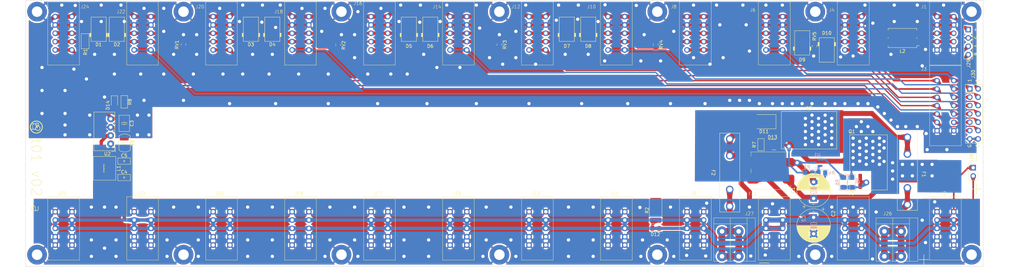
<source format=kicad_pcb>
(kicad_pcb (version 20221018) (generator pcbnew)
  (layers (0 "F.Cu" signal) (31 "B.Cu" signal) (34 "B.Paste" user) (35 "F.Paste" user) (36 "B.SilkS" user "B.Silkscreen") (37 "F.SilkS" user "F.Silkscreen") (38 "B.Mask" user) (39 "F.Mask" user) (44 "Edge.Cuts" user))
  (net 0 "")
  (net 1 "+24V")
  (net 2 "GNDA")
  (net 3 "/A")
  (net 4 "GND1")
  (net 5 "/B")
  (net 6 "/+3.3VRS485")
  (net 7 "/RTS1")
  (net 8 "/RTS3")
  (net 9 "/RTS5")
  (net 10 "/RTS7")
  (net 11 "/RTS9")
  (net 12 "/RTS11")
  (net 13 "/RTS12")
  (net 14 "/RTS10")
  (net 15 "/RTS8")
  (net 16 "/RTS6")
  (net 17 "/RTS4")
  (net 18 "/RTS2")
  (net 19 "Net-(D12-K)")
  (net 20 "Net-(D13-A)")
  (net 22 "Net-(D13-K)")
  (net 23 "Net-(U1-REF)")
  (net 24 "Net-(Q1-G)")
  (net 25 "Net-(U1-K)")
  (net 26 "Net-(Q1-S)")
  (net 27 "Net-(U2-IN+)")
  (net 28 "Net-(J26-Pin_1)")
  (net 29 "Net-(J27-Pin_1)")
  (net 30 "Net-(D14-K)")
  (net 31 "Net-(J1-Pin_3)")
  (net 32 "Net-(J1-Pin_4)")
  (net 33 "Net-(D11-A2)")
  (net 34 "Net-(D11-A1)")
  (footprint "PCM_Resistor_SMD_AKL:R_0805_2012Metric_Pad1.20x1.40mm_HandSolder" (layer "F.Cu") (at 225.5 72 -90)
    (fp_text reference "R7")
    (fp_text value "0805-10 кОм±5%-0,125 Вт")
  )
  (footprint "PCM_Diode_SMD_AKL:D_SMB" (layer "F.Cu") (at 166.5 36.85 90)
    (fp_text reference "D7")
    (fp_text value "SMBJ5.0A (SMB)" hide)
  )
  (footprint "Connector_PinHeader_2.54mm:PinHeader_1x04_P2.54mm_Vertical" (layer "F.Cu") (at 288.5 36.96)
    (fp_text reference "J29")
    (fp_text value "PinHeader_1x04_P2.54mm (RS485)")
  )
  (footprint "Connector:SL-10 (L-KLS1-603C-10-S)" (layer "F.Cu") (at 227 33)
    (fp_text reference "J6")
    (fp_text value "SL-10 (L-KLS1-603C-10-S)")
  )
  (footprint "PCM_Capacitor_THT_AKL_Double:CP_Radial_D10.0mm_P5.00mm" (layer "F.Cu") (at 241.5 88.367677 90)
    (fp_text reference "C1")
    (fp_text value "47uF 63V D10 H16" hide)
  )
  (footprint "Connector:SL-10 (L-KLS1-603C-10-S)" (layer "F.Cu") (at 35 33)
    (fp_text reference "J22")
    (fp_text value "SL-10 (L-KLS1-603C-10-S)")
  )
  (footprint "PCM_SL_Mechanical:MountingHole_3.2mm_Pad" (layer "F.Cu") (at 98 31.5)
    (fp_text reference "H6" hide)
    (fp_text value "MountingHole_M3_3.2mm_Pad")
  )
  (footprint "Connector:DG142V-5.08-02P-14" (layer "F.Cu") (at 213.65 97.872)
    (fp_text reference "J27")
    (fp_text value "DG142V-5.08-02P-14")
  )
  (footprint "Connector:SL-10 (L-KLS1-603C-10-S)" (layer "F.Cu") (at 107 33)
    (fp_text reference "J16")
    (fp_text value "SL-10 (L-KLS1-603C-10-S)")
  )
  (footprint "Diode_SMD:D_SMB" (layer "F.Cu") (at 226.4 65 180)
    (fp_text reference "D11")
    (fp_text value "SM6T30CA (SMB)")
  )
  (footprint "PCM_SL_Mechanical:MountingHole_3.2mm_Pad" (layer "F.Cu") (at 5.5 31.5)
    (fp_text reference "H1" hide)
    (fp_text value "MountingHole_M3_3.2mm_Pad")
  )
  (footprint "PCM_Capacitor_SMD_Handsoldering_AKL:C_1210_3225Metric_Pad1.42x2.65mm" (layer "F.Cu") (at 32 71.4875 90)
    (fp_text reference "C6")
    (fp_text value " 270 pf X7R 1206 2000v 202R18W271KW4E" hide)
  )
  (footprint "PCM_Diode_SMD_AKL:D_SMB" (layer "F.Cu") (at 77 36.85 90)
    (fp_text reference "D4")
    (fp_text value "SMBJ5.0A (SMB)" hide)
  )
  (footprint "Package_TO_SOT_SMD:SOT-23" (layer "F.Cu") (at 229.4375 72)
    (fp_text reference "D13")
    (fp_text value "BZX84C10 (SOT-23)")
  )
  (footprint "Connector:SL-10 (L-KLS1-603C-10-S)" (layer "F.Cu") (at 203.02 92.4)
    (fp_text reference "J9")
    (fp_text value "SL-10 (L-KLS1-603C-10-S)")
  )
  (footprint "PCM_SL_Mechanical:MountingHole_3.2mm_Pad" (layer "F.Cu") (at 194 31.5)
    (fp_text reference "H13" hide)
    (fp_text value "MountingHole_M3_3.2mm_Pad")
  )
  (footprint "PCM_Inductor_SMD_Handsoldering_AKL:L_Bourns-SRN6028" (layer "F.Cu") (at 26 79.2 90)
    (fp_text reference "L1")
    (fp_text value "6,8uH 3,5A ETQP3M6R8KVP" hide)
  )
  (footprint "Connector:SL-14 (L-KLS1-603C-14-S)" (layer "F.Cu") (at 279.02 52.5)
    (fp_text reference "J3")
    (fp_text value "SL-14 (L-KLS1-603C-14-S)")
  )
  (footprint "Filter:ACM12V" (layer "F.Cu") (at 228.8175 87.5675 180)
    (fp_text reference "FL1")
    (fp_text value "ACM70V-701-2PL-TL00")
  )
  (footprint "Connector:SL-10 (L-KLS1-603C-10-S)" (layer "F.Cu") (at 227.02 92.4)
    (fp_text reference "J7")
    (fp_text value "SL-10 (L-KLS1-603C-10-S)")
  )
  (footprint "Connector:SL-10 (L-KLS1-603C-10-S)" (layer "F.Cu") (at 251 33)
    (fp_text reference "J4")
    (fp_text value "SL-10 (L-KLS1-603C-10-S)")
  )
  (footprint "Converter_DCDC:Converter_DCDC_Murata_CRE1xxxxxx3C_THT" (layer "F.Cu") (at 27.8675 71.7625 180)
    (fp_text reference "U2")
    (fp_text value "AM1SS-2403SJZ")
  )
  (footprint "PCM_Diode_SMD_AKL:D_SMB" (layer "F.Cu") (at 238 41 90)
    (fp_text reference "D9")
    (fp_text value "SMBJ5.0A (SMB)" hide)
  )
  (footprint "PCM_Resistor_SMD_AKL:R_0805_2012Metric_Pad1.15x1.40mm" (layer "F.Cu") (at 32 58.975 -90)
    (fp_text reference "R8")
    (fp_text value "0805-200 Ом±5%-0,125 Вт" hide)
  )
  (footprint "PCM_Resistor_SMD_AKL:R_2512_6332Metric_Pad1.52x3.35mm_HandSolder" (layer "F.Cu") (at 193.5 92 90)
    (fp_text reference "R2")
    (fp_text value "2512-2,4 кОм±5%-1 Вт")
  )
  (footprint "PCM_SL_Mechanical:MountingHole_3.2mm_Pad" (layer "F.Cu") (at 98 105.5)
    (fp_text reference "H10" hide)
    (fp_text value "MountingHole_M3_3.2mm_Pad")
  )
  (footprint "PCM_Package_TO_SOT_SMD_AKL:TO-263-2" (layer "F.Cu") (at 240.1 67.6)
    (fp_text reference "Q3")
    (fp_text value "SUM110P06-08L-E3 (TO-263-2)" hide)
  )
  (footprint "PCM_Capacitor_SMD_AKL:C_0805_2012Metric_Pad1.18x1.45mm_HandSolder" (layer "F.Cu") (at 31.9625 82)
    (fp_text reference "C4")
    (fp_text value "4,7uF 50V 0805")
  )
  (footprint "PCM_Diode_SMD_AKL:D_SMB" (layer "F.Cu") (at 173 36.85 90)
    (fp_text reference "D8")
    (fp_text value "SMBJ5.0A (SMB)" hide)
  )
  (footprint "Connector:SL-10 (L-KLS1-603C-10-S)" (layer "F.Cu") (at 59 33)
    (fp_text reference "J20")
    (fp_text value "SL-10 (L-KLS1-603C-10-S)")
  )
  (footprint "PCM_SL_Mechanical:MountingHole_3.2mm_Pad" (layer "F.Cu") (at 50 105.5)
    (fp_text reference "H7" hide)
    (fp_text value "MountingHole_M3_3.2mm_Pad")
  )
  (footprint "Fuse:Fuseholder_100_series_5x20mm_D1,5" (layer "F.Cu") (at 270 69.75 -90)
    (fp_text reference "F1")
    (fp_text value "Fuse 5A ZH266 (2 клипсы)")
  )
  (footprint "PCM_SL_Mechanical:MountingHole_3.2mm_Pad" (layer "F.Cu") (at 5.5 105.5)
    (fp_text reference "H14" hide)
    (fp_text value "MountingHole_M3_3.2mm_Pad")
  )
  (footprint "PCM_SL_Mechanical:MountingHole_3.2mm_Pad" (layer "F.Cu") (at 242 105.5)
    (fp_text reference "H9" hide)
    (fp_text value "MountingHole_M3_3.2mm_Pad")
  )
  (footprint "Connector:SL-10 (L-KLS1-603C-10-S)" (layer "F.Cu") (at 83.02 92.4)
    (fp_text reference "J19")
    (fp_text value "SL-10 (L-KLS1-603C-10-S)")
  )
  (footprint "PCM_Diode_SMD_AKL:D_SMB" (layer "F.Cu") (at 29.75 36.85 90)
    (fp_text reference "D2")
    (fp_text value "SMBJ5.0A (SMB)" hide)
  )
  (footprint "PCM_Diode_SMD_AKL:D_SMB" (layer "F.Cu") (at 118.5 36.85 90)
    (fp_text reference "D5")
    (fp_text value "SMBJ5.0A (SMB)" hide)
  )
  (footprint "Fuse:Fuseholder_100_series_5x20mm_D1,5" (layer "F.Cu") (at 216 70.25 -90)
    (fp_text reference "F2")
    (fp_text value "Fuse 5A ZH266 (2 клипсы)")
  )
  (footprint "PCM_SL_Mechanical:MountingHole_3.2mm_Pad" (layer "F.Cu") (at 242 31.5)
    (fp_text reference "H5" hide)
    (fp_text value "MountingHole_M3_3.2mm_Pad")
  )
  (footprint "PCM_Diode_SMD_AKL:D_SMB" (layer "F.Cu") (at 70.5 36.85 90)
    (fp_text reference "D3")
    (fp_text value "SMBJ5.0A (SMB)" hide)
  )
  (footprint "PCM_Capacitor_SMD_AKL:C_0805_2012Metric_Pad1.18x1.45mm_HandSolder" (layer "F.Cu") (at 31.9625 77)
    (fp_text reference "C5")
    (fp_text value "4,7uF 50V 0805")
  )
  (footprint "PCM_4ms_Resistor:R_0805_2012Metric" (layer "F.Cu") (at 50 41.5 -90)
    (fp_text reference "RV1")
    (fp_text value "JMV0805S5R6T661")
  )
  (footprint "LED_SMD:LED_0805_2012Metric_Pad1.15x1.40mm_HandSolder" (layer "F.Cu") (at 29 58.975 -90)
    (fp_text reference "D14")
    (fp_text value "LED 0805 (FYLS-0805UBC)")
  )
  (footprint "PCM_Resistor_SMD_AKL:R_1206_3216Metric" (layer "F.Cu") (at 20.1 40.5 -90)
    (fp_text reference "R1")
    (fp_text value "1206-120 Ом±5%-0,25 Вт" hide)
  )
  (footprint "PCM_Diode_SMD_AKL:D_SMB" (layer "F.Cu") (at 245.5 43.15 -90)
    (fp_text reference "D10")
    (fp_text value "SMBJ5.0A (SMB)" hide)
  )
  (footprint "PCM_SL_Mechanical:MountingHole_3.2mm_Pad" (layer "F.Cu") (at 50 31.5)
    (fp_text reference "H2" hide)
    (fp_text value "MountingHole_M3_3.2mm_Pad")
  )
  (footprint "Connector:SL-10 (L-KLS1-603C-10-S)" (layer "F.Cu") (at 279 92.4)
    (fp_text reference "J2")
    (fp_text value "SL-10 (L-KLS1-603C-10-S)")
  )
  (footprint "Connector:SL-10 (L-KLS1-603C-10-S)" (layer "F.Cu") (at 279 33)
    (fp_text reference "J1")
    (fp_text value "SL-10 (L-KLS1-603C-10-S)")
  )
  (footprint "PCM_SL_Mechanical:MountingHole_3.2mm_Pad" (layer "F.Cu") (at 146 31.5)
    (fp_text reference "H3" hide)
    (fp_text value "MountingHole_M3_3.2mm_Pad")
  )
  (footprint "PCM_4ms_Resistor:R_0805_2012Metric" (layer "F.Cu") (at 241.75 42 -90)
    (fp_text reference "RV5")
    (fp_text value "JMV0805S5R6T661")
  )
  (footprint "Connector:SL-10 (L-KLS1-603C-10-S)" (layer "F.Cu") (at 11 33)
    (fp_text reference "J24")
    (fp_text value "SL-10 (L-KLS1-603C-10-S)")
  )
  (footprint "PCM_4ms_Resistor:R_0805_2012Metric" (layer "F.Cu") (at 97 41.5625 -90)
    (fp_text reference "RV2")
    (fp_text value "JMV0805S5R6T661")
  )
  (footprint "PCM_Diode_SMD_AKL:D_SMB" (layer "F.Cu") (at 125 36.85 90)
    (fp_text reference "D6")
    (fp_text value "SMBJ5.0A (SMB)" hide)
  )
  (footprint "PCM_Diode_SMD_AKL:D_SMB" (layer "F.Cu") (at 24.2 36.85 90)
    (fp_text reference "D1")
    (fp_text value "SMBJ5.0A (SMB)" hide)
  )
  (footprint "PCM_Capacitor_SMD_AKL:C_1210_3225Metric_Pad1.42x2.65mm_HandSolder" (layer "F.Cu") (at 32 65.5125 -90)
    (fp_text reference "C3")
    (fp_text value "10uF 50V 1210 GRM32ER71H106K")
  )
  (footprint "PCM_4ms_Resistor:R_0805_2012Metric" (layer "F.Cu") (at 146 41.5625 -90)
    (fp_text reference "RV3")
    (fp_text value "JMV0805S5R6T661")
  )
  (footprint "PCM_Capacitor_THT_AKL_Double:CP_Radial_D10.0mm_P5.00mm" (layer "F.Cu") (at 241.5 94.132323 -90)
    (fp_text reference "C2")
    (fp_text value "47uF 63V D10 H16" hide)
  )
  (footprint "PCM_SL_Mechanical:MountingHole_3.2mm_Pad" (layer "F.Cu") (at 289.5 31.5)
    (fp_text reference "H4" hide)
    (fp_text value "MountingHole_M3_3.2mm_Pad")
  )
  (footprint "Connector:SL-10 (L-KLS1-603C-10-S)" (layer "F.Cu") (at 83 33)
    (fp_text reference "J18")
    (fp_text value "SL-10 (L-KLS1-603C-10-S)")
  )
  (footprint "Connector:SL-10 (L-KLS1-603C-10-S)" (layer "F.Cu") (at 179.02 92.4)
    (fp_text reference "J11")
    (fp_text value "SL-10 (L-KLS1-603C-10-S)")
  )
  (footprint "Connector:SL-10 (L-KLS1-603C-10-S)" (layer "F.Cu") (at 155.02 92.4)
    (fp_text reference "J13")
    (fp_text value "SL-10 (L-KLS1-603C-10-S)")
  )
  (footprint "Connector:SL-10 (L-KLS1-603C-10-S)" (layer "F.Cu") (at 131.02 92.4)
    (fp_text reference "J15")
    (fp_text value "SL-10 (L-KLS1-603C-10-S)")
  )
  (footprint "PCM_SL_Mechanical:MountingHole_3.2mm_Pad" (layer "F.Cu") (at 146 105.5)
    (fp_text reference "H11" hide)
    (fp_text value "MountingHole_M3_3.2mm_Pad")
  )
  (footprint "Connector:SL-10 (L-KLS1-603C-10-S)" (layer "F.Cu") (at 107.02 92.4)
    (fp_text reference "J17")
    (fp_text value "SL-10 (L-KLS1-603C-10-S)")
  )
  (footprint "Connector_PinHeader_2.54mm:PinHeader_1x02_P2.54mm_Vertical" (layer "F.Cu") (at 290 79)
    (fp_text reference "J28")
    (fp_text value "PinHeader_1x02_P2.54mm (Contr +24V)")
  )
  (footprint "Inductor_SMD:L_CommonMode_Delevan_4222" (layer "F.Cu") (at 268.5 39.52 180)
    (fp_text reference "L2")
    (fp_text value "B82790S0253N201")
  )
  (footprint "PCM_Package_TO_SOT_SMD_AKL:TO-263-2" (layer "F.Cu") (at 258.2 77.4 90)
    (fp_text reference "Q1")
    (fp_text value "SUM110P06-08L-E3 (TO-263-2)" hide)
  )
  (footprint "Connector_PinHeader_2.54mm:PinHeader_2x07_P2.54mm_Vertical" (layer "F.Cu") (at 288.96 55)
    (fp_text reference "J30")
    (fp_text value "PinHeader_2x07_P2.54mm (RTS)")
  )
  (footprint "Connector:DG142V-5.08-02P-14" (layer "F.Cu") (at 263 97.872)
    (fp_text reference "J26")
    (fp_text value "DG142V-5.08-02P-14")
  )
  (footprint "PCM_SL_Mechanical:MountingHole_3.2mm_Pad" (layer "F.Cu") (at 194 105.5)
    (fp_text reference "H8" hide)
    (fp_text value "MountingHole_M3_3.2mm_Pad")
  )
  (footprint "Connector:SL-10 (L-KLS1-603C-10-S)" (layer "F.Cu") (at 131 33)
    (fp_text reference "J14")
    (fp_text value "SL-10 (L-KLS1-603C-10-S)")
  )
  (footprint "Connector:SL-10 (L-KLS1-603C-10-S)" (layer "F.Cu") (at 179 33)
    (fp_text reference "J10")
    (fp_text value "SL-10 (L-KLS1-603C-10-S)")
  )
  (footprint "LED_SMD:LED_0805_2012Metric_Pad1.15x1.40mm_HandSolder" (layer "F.Cu") (at 193.525 97.5)
    (fp_text reference "D12")
    (fp_text value "LED 0805 (FYLS-0805UBC)")
  )
  (footprint "Connector:SL-10 (L-KLS1-603C-10-S)" (layer "F.Cu") (at 155 33)
    (fp_text reference "J12")
    (fp_text value "SL-10 (L-KLS1-603C-10-S)")
  )
  (footprint "Symbol:PB_LOGO" (layer "F.Cu") (at 5.5 66.5 -90)
    (fp_text reference "G***" hide)
    (fp_text value "LOGO" hide)
  )
  (footprint "PCM_4ms_Resistor:R_0805_2012Metric" (layer "F.Cu") (at 193.5 41.5 -90)
    (fp_text reference "RV4")
    (fp_text value "JMV0805S5R6T661")
  )
  (footprint "Connector:SL-10 (L-KLS1-603C-10-S)" (layer "F.Cu") (at 35.02 92.4)
    (fp_text reference "J23")
    (fp_text value "SL-10 (L-KLS1-603C-10-S)")
  )
  (footprint "Connector:SL-10 (L-KLS1-603C-10-S)" (layer "F.Cu") (at 251 92.4)
    (fp_text reference "J5")
    (fp_text value "SL-10 (L-KLS1-603C-10-S)")
  )
  (footprint "Connector:SL-10 (L-KLS1-603C-10-S)" (layer "F.Cu") (at 59.02 92.4)
    (fp_text reference "J21")
    (fp_text value "SL-10 (L-KLS1-603C-10-S)")
  )
  (footprint "Connector:SL-10 (L-KLS1-603C-10-S)" (layer "F.Cu") (at 203 33)
    (fp_text reference "J8")
    (fp_text value "SL-10 (L-KLS1-603C-10-S)")
  )
  (footprint "Connector:SL-10 (L-KLS1-603C-10-S)" (layer "F.Cu") (at 11.02 92.4)
    (fp_text reference "J25")
    (fp_text value "SL-10 (L-KLS1-603C-10-S)")
  )
  (footprint "PCM_SL_Mechanical:MountingHole_3.2mm_Pad" (layer "F.Cu") (at 289.5 105.5)
    (fp_text reference "H12" hide)
    (fp_text value "MountingHole_M3_3.2mm_Pad")
  )
  (footprint "PCM_Resistor_SMD_AKL:R_0805_2012Metric_Pad1.20x1.40mm_HandSolder" (layer "B.Cu") (at 244 80.5)
    (fp_text reference "R4")
    (fp_text value "0805-1,5 кОм±5%-0,125 Вт")
  )
  (footprint "Package_TO_SOT_SMD:SOT-23" (layer "B.Cu") (at 242.5 77.5 180)
    (fp_text reference "U1")
    (fp_text value "TL431DBZ (sot-23)")
  )
  (footprint "PCM_Resistor_SMD_AKL:R_1206_3216Metric_Pad1.42x1.75mm_HandSolder" (layer "B.Cu") (at 253 83.4875 -90)
    (fp_text reference "R5")
    (fp_text value "1206-1 кОм±5%-0,25 Вт")
  )
  (footprint "PCM_Resistor_SMD_AKL:R_1206_3216Metric_Pad1.42x1.75mm_HandSolder" (layer "B.Cu") (at 250.5 83.4875 90)
    (fp_text reference "R6")
    (fp_text value "1206-1 кОм±5%-0,25 Вт")
  )
  (footprint "PCM_Resistor_SMD_AKL:R_0805_2012Metric_Pad1.20x1.40mm_HandSolder" (layer "B.Cu") (at 240 80.5)
    (fp_text reference "R3")
    (fp_text value "0805-10 кОм±5%-0,125 Вт")
  )
  (gr_line (start 273.5 107) (end 276.5 107) (stroke (width 0.15)) (layer "F.SilkS"))
  (gr_line (start 289.5 85.5) (end 292.5 85.5) (stroke (width 0.15)) (layer "F.SilkS"))
  (gr_line (start 275 108.5) (end 275 105.5) (stroke (width 0.15)) (layer "F.SilkS"))
  (gr_line (start 291 84) (end 291 87) (stroke (width 0.15)) (layer "F.SilkS"))
  (gr_line (start 225 108) (end 228 108) (stroke (width 0.15)) (layer "F.SilkS"))
  (gr_line (start 291 77) (end 291 74.5) (stroke (width 0.15)) (layer "F.SilkS"))
  (gr_line (start 293 109) (end 2 109) (stroke (width 0.1)) (layer "Edge.Cuts"))
  (gr_line (start 293 28) (end 293 109) (stroke (width 0.1)) (layer "Edge.Cuts"))
  (gr_line (start 2 28) (end 293 28) (stroke (width 0.1)) (layer "Edge.Cuts"))
  (gr_line (start 2 109) (end 2 28) (stroke (width 0.1)) (layer "Edge.Cuts"))
  (gr_text "+" (at 290 37.5) (layer "F.SilkS") (effects (font (size 1 1)) (justify left bottom)))
  (gr_text "G" (at 289.5 73 90) (layer "F.SilkS") (effects (font (size 1 1)) (justify left bottom)))
  (gr_text "2" (at 292 53 90) (layer "F.SilkS") (effects (font (size 1 1)) (justify left bottom)))
  (gr_text "G" (at 291.5 40 90) (layer "F.SilkS") (effects (font (size 1 1)) (justify left bottom)))
  (gr_text "t01 v02 a " (at 3.5 70 270) (layer "F.SilkS") (effects (font (size 3 3)) (justify left bottom)))
  (gr_text "A" (at 291.5 42.5 90) (layer "F.SilkS") (effects (font (size 1 1)) (justify left bottom)))
  (gr_text "B" (at 291.5 45 90) (layer "F.SilkS") (effects (font (size 1 1)) (justify left bottom)))
  (gr_text "1" (at 289.5 53 90) (layer "F.SilkS") (effects (font (size 1 1)) (justify left bottom)))
  (gr_text "G" (at 292 73 90) (layer "F.SilkS") (effects (font (size 1 1)) (justify left bottom)))
  (segment (start 32 83.8) (end 30.925 82.725) (width 1) (layer "F.Cu") (net 1))
  (segment (start 35.02 94.94) (end 32.44 94.94) (width 1) (layer "F.Cu") (net 1))
  (segment (start 194.55 97.5) (end 203 97.5) (width 0.5) (layer "F.Cu") (net 1))
  (segment (start 32 94.5) (end 32 83.8) (width 1) (layer "F.Cu") (net 1))
  (segment (start 232.1 97.48) (end 232.1 94.94) (width 1.5) (layer "F.Cu") (net 1))
  (segment (start 227.4875 82.4875) (end 239.132323 94.132323) (width 1.5) (layer "F.Cu") (net 1))
  (segment (start 35.02 94.94) (end 40.1 94.94) (width 1) (layer "F.Cu") (net 1))
  (segment (start 30.475 81.55) (end 30.925 82) (width 1) (layer "F.Cu") (net 1))
  (segment (start 30.925 82.725) (end 30.925 82) (width 1) (layer "F.Cu") (net 1))
  (segment (start 239.132323 94.132323) (end 241.5 94.132323) (width 1.5) (layer "F.Cu") (net 1))
  (segment (start 227.02 94.94) (end 227.02 97.48) (width 1.5) (layer "F.Cu") (net 1))
  (segment (start 290 81.54) (end 290 90.5) (width 0.5) (layer "F.Cu") (net 1))
  (segment (start 26 81.55) (end 30.475 81.55) (width 1) (layer "F.Cu") (net 1))
  (segment (start 223.1025 82.4875) (end 227.4875 82.4875) (width 1.5) (layer "F.Cu") (net 1))
  (segment (start 285.56 94.94) (end 284.08 94.94) (width 0.5) (layer "F.Cu") (net 1))
  (segment (start 232.1 94.94) (end 227.02 94.94) (width 1.5) (layer "F.Cu") (net 1))
  (segment (start 227.02 97.48) (end 232.1 97.48) (width 1.5) (layer "F.Cu") (net 1))
  (segment (start 290 90.5) (end 285.56 94.94) (width 0.5) (layer "F.Cu") (net 1))
  (segment (start 203 97.5) (end 203.02 97.48) (width 0.5) (layer "F.Cu") (net 1))
  (segment (start 32.44 94.94) (end 32 94.5) (width 1) (layer "F.Cu") (net 1))
  (segment (start 16.08 94.94) (end 35 94.94) (width 1) (layer "B.Cu") (net 1))
  (segment (start 35 97.48) (end 40.08 97.48) (width 1) (layer "B.Cu") (net 1))
  (segment (start 179 94.94) (end 160.08 94.94) (width 1) (layer "B.Cu") (net 1))
  (segment (start 184.08 94.94) (end 203 94.94) (width 1) (layer "B.Cu") (net 1))
  (segment (start 272 102) (end 276.52 97.48) (width 1) (layer "B.Cu") (net 1))
  (segment (start 227 94.94) (end 227 97.48) (width 1) (layer "B.Cu") (net 1))
  (segment (start 179 97.48) (end 184.08 97.48) (width 1) (layer "B.Cu") (net 1))
  (segment (start 131 94.94) (end 136.08 94.94) (width 1) (layer "B.Cu") (net 1))
  (segment (start 40.08 94.94) (end 40.08 97.48) (width 1) (layer "B.Cu") (net 1))
  (segment (start 112.08 97.48) (end 131 97.48) (width 1) (layer "B.Cu") (net 1))
  (segment (start 160.08 97.48) (end 179 97.48) (width 1) (layer "B.Cu") (net 1))
  (segment (start 262 102) (end 272 102) (width 1) (layer "B.Cu") (net 1))
  (segment (start 107 94.94) (end 107 97.48) (width 1) (layer "B.Cu") (net 1))
  (segment (start 240.632323 95) (end 232.16 95) (width 1.5) (layer "B.Cu") (net 1))
  (segment (start 64.08 97.48) (end 83 97.48) (width 1) (layer "B.Cu") (net 1))
  (segment (start 35 94.94) (end 35 97.48) (width 1) (layer "B.Cu") (net 1))
  (segment (start 16.08 94.94) (end 16.08 97.48) (width 1) (layer "B.Cu") (net 1))
  (segment (start 256.08 94.94) (end 256.08 96.08) (width 1) (layer "B.Cu") (net 1))
  (segment (start 64.08 94.94) (end 64.08 97.48) (width 1) (layer "B.Cu") (net 1))
  (segment (start 11 97.48) (end 16.08 97.48) (width 1) (layer "B.Cu") (net 1))
  (segment (start 160.08 94.94) (end 160.08 97.48) (width 1) (layer "B.Cu") (net 1))
  (segment (start 232.08 94.94) (end 232.08 97.48) (width 1) (layer "B.Cu") (net 1))
  (segment (start 131 97.48) (end 136.08 97.48) (width 1) (layer "B.Cu") (net 1))
  (segment (start 155 94.94) (end 155 97.48) (width 1) (layer "B.Cu") (net 1))
  (segment (start 83 94.94) (end 88.08 94.94) (width 1) (layer "B.Cu") (net 1))
  (segment (start 225.52 97.48) (end 227.02 97.48) (width 1.5) (layer "B.Cu") (net 1))
  (segment (start 40.08 94.94) (end 59 94.94) (width 1) (layer "B.Cu") (net 1))
  (segment (start 136.08 94.94) (end 136.08 97.48) (width 1) (layer "B.Cu") (net 1))
  (segment (start 203 94.94) (end 208.08 94.94) (width 1) (layer "B.Cu") (net 1))
  (segment (start 256.08 96.08) (end 262 102) (width 1) (layer "B.Cu") (net 1))
  (segment (start 241.5 94.132323) (end 240.632323 95) (width 1.5) (layer "B.Cu") (net 1))
  (segment (start 232.08 97.48) (end 227 97.48) (width 1) (layer "B.Cu") (net 1))
  (segment (start 212 102) (end 221 102) (width 1.5) (layer "B.Cu") (net 1))
  (segment (start 227 94.94) (end 232.08 94.94) (width 1.5) (layer "B.Cu") (net 1))
  (segment (start 184.08 94.94) (end 184.08 97.48) (width 1) (layer "B.Cu") (net 1))
  (segment (start 276.52 97.48) (end 279 97.48) (width 1) (layer "B.Cu") (net 1))
  (segment (start 203 97.48) (end 184.08 97.48) (width 1) (layer "B.Cu") (net 1))
  (segment (start 232.16 95) (end 232.1 94.94) (width 1.5) (layer "B.Cu") (net 1))
  (segment (start 284.08 97.48) (end 279 97.48) (width 1) (layer "B.Cu") (net 1))
  (segment (start 88.08 94.94) (end 107 94.94) (width 1) (layer "B.Cu") (net 1))
  (segment (start 136.08 97.48) (end 155 97.48) (width 1) (layer "B.Cu") (net 1))
  (segment (start 40.08 97.48) (end 59 97.48) (width 1) (layer "B.Cu") (net 1))
  (segment (start 208.1 97.48) (end 208.48 97.48) (width 1.5) (layer "B.Cu") (net 1))
  (segment (start 59 94.94) (end 59 97.48) (width 1) (layer "B.Cu") (net 1))
  (segment (start 160.08 97.48) (end 155 97.48) (width 1) (layer "B.Cu") (net 1))
  (segment (start 59 94.94) (end 64.08 94.94) (width 1) (layer "B.Cu") (net 1))
  (segment (start 221 102) (end 225.52 97.48) (width 1.5) (layer "B.Cu") (net 1))
  (segment (start 208.08 94.94) (end 208.08 97.48) (width 1) (layer "B.Cu") (net 1))
  (segment (start 16.08 97.48) (end 35 97.48) (width 1) (layer "B.Cu") (net 1))
  (segment (start 112.08 97.48) (end 112.08 94.94) (width 1) (layer "B.Cu") (net 1))
  (segment (start 11 94.94) (end 11 97.48) (width 1) (layer "B.Cu") (net 1))
  (segment (start 279 94.94) (end 284.08 94.94) (width 1) (layer "B.Cu") (net 1))
  (segment (start 240.692323 94.94) (end 251 94.94) (width 1.5) (layer "B.Cu") (net 1))
  (segment (start 179 94.94) (end 179 97.48) (width 1) (layer "B.Cu") (net 1))
  (segment (start 203 97.48) (end 203 94.94) (width 1) (layer "B.Cu") (net 1))
  (segment (start 107 97.48) (end 112.08 97.48) (width 1) (layer "B.Cu") (net 1))
  (segment (start 251 94.94) (end 256.08 94.94) (width 1) (layer "B.Cu") (net 1))
  (segment (start 35 94.94) (end 40.08 94.94) (width 1) (layer "B.Cu") (net 1))
  (segment (start 256.08 97.48) (end 251 97.48) (width 1) (layer "B.Cu") (net 1))
  (segment (start 251 97.48) (end 251 94.94) (width 1) (layer "B.Cu") (net 1))
  (segment (start 241.5 94.132323) (end 240.692323 94.94) (width 1.5) (layer "B.Cu") (net 1))
  (segment (start 83 97.48) (end 88.08 97.48) (width 1) (layer "B.Cu") (net 1))
  (segment (start 112.08 94.94) (end 107 94.94) (width 1) (layer "B.Cu") (net 1))
  (segment (start 284.08 94.94) (end 284.08 97.48) (width 1) (layer "B.Cu") (net 1))
  (segment (start 256.08 97.48) (end 256.08 94.94) (width 1) (layer "B.Cu") (net 1))
  (segment (start 11 94.94) (end 16.08 94.94) (width 1) (layer "B.Cu") (net 1))
  (segment (start 211 101) (end 212 102) (width 1.5) (layer "B.Cu") (net 1))
  (segment (start 279 97.48) (end 279 94.94) (width 1) (layer "B.Cu") (net 1))
  (segment (start 179 94.94) (end 184.08 94.94) (width 1) (layer "B.Cu") (net 1))
  (segment (start 59 97.48) (end 64.08 97.48) (width 1) (layer "B.Cu") (net 1))
  (segment (start 208.08 97.48) (end 203 97.48) (width 1) (layer "B.Cu") (net 1))
  (segment (start 155 94.94) (end 136.08 94.94) (width 1) (layer "B.Cu") (net 1))
  (segment (start 88.08 97.48) (end 107 97.48) (width 1) (layer "B.Cu") (net 1))
  (segment (start 112.08 94.94) (end 131 94.94) (width 1) (layer "B.Cu") (net 1))
  (segment (start 155 94.94) (end 160.08 94.94) (width 1) (layer "B.Cu") (net 1))
  (segment (start 64.08 94.94) (end 83 94.94) (width 1) (layer "B.Cu") (net 1))
  (segment (start 211 100) (end 211 101) (width 1.5) (layer "B.Cu") (net 1))
  (segment (start 131 94.94) (end 131 97.48) (width 1) (layer "B.Cu") (net 1))
  (segment (start 208.48 97.48) (end 211 100) (width 1.5) (layer "B.Cu") (net 1))
  (segment (start 284.08 83.42) (end 288.5 79) (width 0.5) (layer "F.Cu") (net 2))
  (segment (start 219.5 79) (end 219.5 83.9) (width 1.5) (layer "F.Cu") (net 2))
  (segment (start 284.08 92.4) (end 284.08 83.42) (width 0.5) (layer "F.Cu") (net 2))
  (segment (start 223.1025 77.4075) (end 221.0925 77.4075) (width 1.5) (layer "F.Cu") (net 2))
  (segment (start 33 73.975) (end 33 77) (width 1) (layer "F.Cu") (net 2))
  (segment (start 219.5 83.9) (end 222 86.4) (width 1.5) (layer "F.Cu") (net 2))
  (segment (start 288.5 79) (end 290 79) (width 0.5) (layer "F.Cu") (net 2))
  (segment (start 27.8675 71.7325) (end 27.8675 71.7625) (width 2) (layer "F.Cu") (net 2))
  (segment (start 32 72.975) (end 33 73.975) (width 1) (layer "F.Cu") (net 2))
  (segment (start 27.8675 71.7325) (end 27.9 71.7) (width 2) (layer "F.Cu") (net 2))
  (segment (start 222 86.4) (end 222 91) (width 1.5) (layer "F.Cu") (net 2))
  (segment (start 221.0925 77.4075) (end 219.5 79) (width 1.5) (layer "F.Cu") (net 2))
  (via (at 208.7 105.9) (size 1.8) (drill 1) (layers "F.Cu" "B.Cu") (net 2))
  (via (at 189 106) (size 1.8) (drill 1) (layers "F.Cu" "B.Cu") (net 2))
  (via (at 253.5 91) (size 1.8) (drill 1) (layers "F.Cu" "B.Cu") (net 2))
  (via (at 77 101) (size 1.8) (drill 1) (layers "F.Cu" "B.Cu") (net 2))
  (via (at 275.5 101.8) (size 1.8) (drill 1) (layers "F.Cu" "B.Cu") (net 2))
  (via (at 174.5 91) (size 1.8) (drill 1) (layers "F.Cu" "B.Cu") (net 2))
  (via (at 174.5 101) (size 1.8) (drill 1) (layers "F.Cu" "B.Cu") (net 2))
  (via (at 167 106) (size 1.8) (drill 1) (layers "F.Cu" "B.Cu") (net 2))
  (via (at 149.5 91) (size 1.8) (drill 1) (layers "F.Cu" "B.Cu") (net 2))
  (via (at 77 106) (size 1.8) (drill 1) (layers "F.Cu" "B.Cu") (net 2))
  (via (at 26 91) (size 1.8) (drill 1) (layers "F.Cu" "B.Cu") (net 2))
  (via (at 222 91) (size 1.8) (drill 1) (layers "F.Cu" "B.Cu") (net 2))
  (via (at 174.5 106) (size 1.8) (drill 1) (layers "F.Cu" "B.Cu") (net 2))
  (via (at 54.5 91) (size 1.8) (drill 1) (layers "F.Cu" "B.Cu") (net 2))
  (via (at 149.5 101) (size 1.8) (drill 1) (layers "F.Cu" "B.Cu") (net 2))
  (via (at 94.5 101) (size 1.8) (drill 1) (layers "F.Cu" "B.Cu") (net 2))
  (via (at 202.9 105.7) (size 1.8) (drill 1) (layers "F.Cu" "B.Cu") (net 2))
  (via (at 94.5 91) (size 1.8) (drill 1) (layers "F.Cu" "B.Cu") (net 2))
  (via (at 29.5 101) (size 1.8) (drill 1) (layers "F.Cu" "B.Cu") (net 2))
  (via (at 209 89.8) (size 1.8) (drill 1) (layers "F.Cu" "B.Cu") (net 2))
  (via (at 167 91) (size 1.8) (drill 1) (layers "F.Cu" "B.Cu") (net 2))
  (via (at 45 106) (size 1.8) (drill 1) (layers "F.Cu" "B.Cu") (net 2))
  (via (at 278.3 89.4) (size 1.8) (drill 1) (layers "F.Cu" "B.Cu") (net 2))
  (via (at 102 91) (size 1.8) (drill 1) (layers "F.Cu" "B.Cu") (net 2))
  (via (at 167 101) (size 1.8) (drill 1) (layers "F.Cu" "B.Cu") (net 2))
  (via (at 117 91) (size 1.8) (drill 1) (layers "F.Cu" "B.Cu") (net 2))
  (via (at 124.5 106) (size 1.8) (drill 1) (layers "F.Cu" "B.Cu") (net 2))
  (via (at 22 106) (size 1.8) (drill 1) (layers "F.Cu" "B.Cu") (net 2))
  (via (at 47 91) (size 1.8) (drill 1) (layers "F.Cu" "B.Cu") (net 2))
  (via (at 142 101) (size 1.8) (drill 1) (layers "F.Cu" "B.Cu") (net 2))
  (via (at 69.5 101) (size 1.8) (drill 1) (layers "F.Cu" "B.Cu") (net 2))
  (via (at 226.8 105.6) (size 1.8) (drill 1) (layers "F.Cu" "B.Cu") (net 2))
  (via (at 22 91) (size 1.8) (drill 1) (layers "F.Cu" "B.Cu") (net 2))
  (via (at 69.5 91) (size 1.8) (drill 1) (layers "F.Cu" "B.Cu") (net 2))
  (via (at 229 90) (size 1.8) (drill 1) (layers "F.Cu" "B.Cu") (net 2))
  (via (at 142 91) (size 1.8) (drill 1) (layers "F.Cu" "B.Cu") (net 2))
  (via (at 259.4 106.8) (size 1.8) (drill 1) (layers "F.Cu" "B.Cu") (net 2))
  (via (at 29.5 91) (size 1.8) (drill 1) (layers "F.Cu" "B.Cu") (net 2))
  (via (at 247 106) (size 1.8) (drill 1) (layers "F.Cu" "B.Cu") (net 2))
  (via (at 45 101) (size 1.8) (drill 1) (layers "F.Cu" "B.Cu") (net 2))
  (via (at 260.5 92.5) (size 1.8) (drill 1) (layers "F.Cu" "B.Cu") (net 2))
  (via (at 199 106) (size 1.8) (drill 1) (layers "F.Cu" "B.Cu") (net 2))
  (via (at 26 103.5) (size 1.8) (drill 1) (layers "F.Cu" "B.Cu") (net 2))
  (via (at 77 91) (size 1.8) (drill 1) (layers "F.Cu" "B.Cu") (net 2))
  (via (at 102 101) (size 1.8) (drill 1) (layers "F.Cu" "B.Cu") (net 2))
  (via (at 197 101) (size 1.8) (drill 1) (layers "F.Cu" "B.Cu") (net 2))
  (via (at 93 106) (size 1.8) (drill 1) (layers "F.Cu" "B.Cu") (net 2))
  (via (at 189.5 101) (size 1.8) (drill 1) (layers "F.Cu" "B.Cu") (net 2))
  (via (at 274.5 95) (size 1.8) (drill 1) (layers "F.Cu" "B.Cu") (net 2))
  (via (at 124.5 101) (size 1.8) (drill 1) (layers "F.Cu" "B.Cu") (net 2))
  (via (at 29.5 106) (size 1.8) (drill 1) (layers "F.Cu" "B.Cu") (net 2))
  (via (at 117 106) (size 1.8) (drill 1) (layers "F.Cu" "B.Cu") (net 2))
  (via (at 222.4 105.9) (size 1.8) (drill 1) (layers "F.Cu" "B.Cu") (net 2))
  (via (at 151 106) (size 1.8) (drill 1) (layers "F.Cu" "B.Cu") (net 2))
  (via (at 141 106) (size 1.8) (drill 1) (layers "F.Cu" "B.Cu") (net 2))
  (via (at 198 91) (size 1.8) (drill 1) (layers "F.Cu" "B.Cu") (net 2))
  (via (at 237 106) (size 1.8) (drill 1) (layers "F.Cu" "B.Cu") (net 2))
  (via (at 188.7 91.1) (size 1.8) (drill 1) (layers "F.Cu" "B.Cu") (net 2))
  (via (at 22 101) (size 1.8) (drill 1) (layers "F.Cu" "B.Cu") (net 2))
  (via (at 103 106) (size 1.8) (drill 1) (layers "F.Cu" "B.Cu") (net 2))
  (via (at 247 91) (size 1.8) (drill 1) (layers "F.Cu" "B.Cu") (net 2))
  (via (at 54.5 106) (size 1.8) (drill 1) (layers "F.Cu" "B.Cu") (net 2))
  (via (at 124.5 91) (size 1.8) (drill 1) (layers "F.Cu" "B.Cu") (net 2))
  (via (at 69.5 106) (size 1.8) (drill 1) (layers "F.Cu" "B.Cu") (net 2))
  (via (at 54.5 101) (size 1.8) (drill 1) (layers "F.Cu" "B.Cu") (net 2))
  (via (at 117 101) (size 1.8) (drill 1) (layers "F.Cu" "B.Cu") (net 2))
  (segment (start 27.8375 71.7625) (end 27.8 71.8) (width 2) (layer "B.Cu") (net 2))
  (segment (start 27.8375 71.7625) (end 27.8675 71.7625) (width 2) (layer "B.Cu") (net 2))
  (segment (start 88.08 38.08) (end 89.58 38.08) (width 0.5) (layer "F.Cu") (net 3))
  (segment (start 249.42 38.08) (end 251 38.08) (width 0.5) (layer "F.Cu") (net 3))
  (segment (start 123 37) (end 125 39) (width 0.5) (layer "F.Cu") (net 3))
  (segment (start 179 38.08) (end 184.08 38.08) (width 0.5) (layer "F.Cu") (net 3))
  (segment (start 285.54 45) (end 270.5 45) (width 0.5) (layer "F.Cu") (net 3))
  (segment (start 107 38.08) (end 112.08 38.08) (width 0.5) (layer "F.Cu") (net 3))
  (segment (start 146 40.625) (end 150.875 40.625) (width 0.5) (layer "F.Cu") (net 3))
  (segment (start 126.58 38.08) (end 131 38.08) (width 0.5) (layer "F.Cu") (net 3))
  (segment (start 126.5 38) (end 126.58 38.08) (width 0.5) (layer "F.Cu") (net 3))
  (segment (start 54.9375 40.5625) (end 50 40.5625) (width 0.5) (layer "F.Cu") (net 3))
  (segment (start 270.5 45) (end 268.5 43) (width 0.5) (layer "F.Cu") (net 3))
  (segment (start 268.5 43) (end 268.5 40) (width 0.5) (layer "F.Cu") (net 3))
  (segment (start 288.5 42.04) (end 285.54 45) (width 0.5) (layer "F.Cu") (net 3))
  (segment (start 141.0625 40.625) (end 146 40.625) (width 0.5) (layer "F.Cu") (net 3))
  (segment (start 236.994975 41) (end 246.5 41) (width 0.5) (layer "F.Cu") (net 3))
  (segment (start 41.58 38.08) (end 44.0625 40.5625) (width 0.5) (layer "F.Cu") (net 3))
  (segment (start 126 38) (end 126.5 38) (width 0.5) (layer "F.Cu") (net 3))
  (segment (start 77 39) (end 78 38) (width 0.5) (layer "F.Cu") (net 3))
  (segment (start 155 38.08) (end 160.08 38.08) (width 0.5) (layer "F.Cu") (net 3))
  (segment (start 58.9825 38.0625) (end 59 38.08) (width 0.5) (layer "F.Cu") (net 3))
  (segment (start 136.08 38.08) (end 138.5175 38.08) (width 0.5) (layer "F.Cu") (net 3))
  (segment (start 203 38.08) (end 208.08 38.08) (width 0.5) (layer "F.Cu") (net 3))
  (segment (start 78 38) (end 78.5 38) (width 0.5) (layer "F.Cu") (net 3))
  (segment (start 25 37) (end 31 37) (width 0.5) (layer "F.Cu") (net 3))
  (segment (start 251 38.08) (end 256.08 38.08) (width 0.5) (layer "F.Cu") (net 3))
  (segment (start 106.9825 38.0625) (end 107 38.08) (width 0.5) (layer "F.Cu") (net 3))
  (segment (start 153.4375 38.0625) (end 154.9825 38.0625) (width 0.5) (layer "F.Cu") (net 3))
  (segment (start 112.08 38.08) (end 114.92 38.08) (width 0.5) (layer "F.Cu") (net 3))
  (segment (start 18.5 39) (end 17.58 38.08) (width 0.5) (layer "F.Cu") (net 3))
  (segment (start 83 38.08) (end 88.08 38.08) (width 0.5) (layer "F.Cu") (net 3))
  (segment (start 78.58 38.08) (end 83 38.08) (width 0.5) (layer "F.Cu") (net 3))
  (segment (start 202.955 38.125) (end 203 38.08) (width 0.5) (layer "F.Cu") (net 3))
  (segment (start 22 39) (end 18.5 39) (width 0.5) (layer "F.Cu") (net 3))
  (segment (start 163.42 38.08) (end 164.5 37) (width 0.5) (layer "F.Cu") (net 3))
  (segment (start 138.5175 38.08) (end 141.0625 40.625) (width 0.5) (layer "F.Cu") (net 3))
  (segment (start 184.08 38.08) (end 185.79875 38.08) (width 0.5) (layer "F.Cu") (net 3))
  (segment (start 198.9375 40.5625) (end 201.375 38.125) (width 0.5) (layer "F.Cu") (net 3))
  (segment (start 35 38.08) (end 40.08 38.08) (width 0.5) (layer "F.Cu") (net 3))
  (segment (start 75 37) (end 77 39) (width 0.5) (layer "F.Cu") (net 3))
  (segment (start 188.28125 40.5625) (end 193.5 40.5625) (width 0.5) (layer "F.Cu") (net 3))
  (segment (start 131 38.08) (end 136.08 38.08) (width 0.5) (layer "F.Cu") (net 3))
  (segment (start 10.995 38.075) (end 11 38.08) (width 1) (layer "F.Cu") (net 3))
  (segment (start 227 38.08) (end 232.08 38.08) (width 0.5) (layer "F.Cu") (net 3))
  (segment (start 114.92 38.08) (end 116 37) (width 0.5) (layer "F.Cu") (net 3))
  (segment (start 89.58 38.08) (end 92.125 40.625) (width 0.5) (layer "F.Cu") (net 3))
  (segment (start 256.25 38.25) (end 256.08 38.08) (width 0.5) (layer "F.Cu") (net 3))
  (segment (start 160.08 38.08) (end 163.42 38.08) (width 0.5) (layer "F.Cu") (net 3))
  (segment (start 268.5 40) (end 266.75 38.25) (width 0.5) (layer "F.Cu") (net 3))
  (segment (start 150.875 40.625) (end 153.4375 38.0625) (width 0.5) (layer "F.Cu") (net 3))
  (segment (start 105.4375 38.0625) (end 106.9825 38.0625) (width 0.5) (layer "F.Cu") (net 3))
  (segment (start 11 38.08) (end 16.08 38.08) (width 1) (layer "F.Cu") (net 3))
  (segment (start 67.42 38.08) (end 68.5 37) (width 0.5) (layer "F.Cu") (net 3))
  (segment (start 234.074975 38.08) (end 236.994975 41) (width 0.5) (layer "F.Cu") (net 3))
  (segment (start 232.08 38.08) (end 234.074975 38.08) (width 0.5) (layer "F.Cu") (net 3))
  (segment (start 102.875 40.625) (end 105.4375 38.0625) (width 0.5) (layer "F.Cu") (net 3))
  (segment (start 173 39) (end 173.5 39) (width 0.5) (layer "F.Cu") (net 3))
  (segment (start 154.9825 38.0625) (end 155 38.08) (width 0.5) (layer "F.Cu") (net 3))
  (segment (start 64.08 38.08) (end 67.42 38.08) (width 0.5) (layer "F.Cu") (net 3))
  (segment (start 193.5 40.5625) (end 198.9375 40.5625) (width 0.5) (layer "F.Cu") (net 3))
  (segment (start 208.08 38.08) (end 227 38.08) (width 0.5) (layer "F.Cu") (net 3))
  (segment (start 266.75 38.25) (end 264.75 38.25) (width 0.5) (layer "F.Cu") (net 3))
  (segment (start 32.08 38.08) (end 35 38.08) (width 0.5) (layer "F.Cu") (net 3))
  (segment (start 22 39) (end 23 39) (width 0.5) (layer "F.Cu") (net 3))
  (segment (start 264.75 38.25) (end 256.25 38.25) (width 0.5) (layer "F.Cu") (net 3))
  (segment (start 185.79875 38.08) (end 188.28125 40.5625) (width 0.5) (layer "F.Cu") (net 3))
  (segment (start 97 40.625) (end 102.875 40.625) (width 0.5) (layer "F.Cu") (net 3))
  (segment (start 59 38.08) (end 57.42 38.08) (width 0.5) (layer "F.Cu") (net 3))
  (segment (start 171 37) (end 173 39) (width 0.5) (layer "F.Cu") (net 3))
  (segment (start 164.5 37) (end 171 37) (width 0.5) (layer "F.Cu") (net 3))
  (segment (start 44.0625 40.5625) (end 50 40.5625) (width 0.5) (layer "F.Cu") (net 3))
  (segment (start 116 37) (end 123 37) (width 0.5) (layer "F.Cu") (net 3))
  (segment (start 17.58 38.08) (end 16.08 38.08) (width 0.5) (layer "F.Cu") (net 3))
  (segment (start 68.5 37) (end 75 37) (width 0.5) (layer "F.Cu") (net 3))
  (segment (start 92.125 40.625) (end 97 40.625) (width 0.5) (layer "F.Cu") (net 3))
  (segment (start 78.5 38) (end 78.58 38.08) (width 0.5) (layer "F.Cu") (net 3))
  (segment (start 31 37) (end 32.08 38.08) (width 0.5) (layer "F.Cu") (net 3))
  (segment (start 57.42 38.08) (end 54.9375 40.5625) (width 0.5) (layer "F.Cu") (net 3))
  (segment (start 173.5 39) (end 174.5 38) (width 0.5) (layer "F.Cu") (net 3))
  (segment (start 174.58 38.08) (end 179 38.08) (width 0.5) (layer "F.Cu") (net 3))
  (segment (start 125 39) (end 126 38) (width 0.5) (layer "F.Cu") (net 3))
  (segment (start 59 38.08) (end 64.08 38.08) (width 0.5) (layer "F.Cu") (net 3))
  (segment (start 40.08 38.08) (end 41.58 38.08) (width 0.5) (layer "F.Cu") (net 3))
  (segment (start 23 39) (end 25 37) (width 0.5) (layer "F.Cu") (net 3))
  (segment (start 246.5 41) (end 249.42 38.08) (width 0.5) (layer "F.Cu") (net 3))
  (segment (start 201.375 38.125) (end 202.955 38.125) (width 0.5) (layer "F.Cu") (net 3))
  (segment (start 174.5 38) (end 174.58 38.08) (width 0.5) (layer "F.Cu") (net 3))
  (segment (start 131 35.54) (end 129.04 35.54) (width 1) (layer "F.Cu") (net 4))
  (segment (start 279 35.54) (end 274.04 35.54) (width 1) (layer "F.Cu") (net 4))
  (segment (start 199 37.828249) (end 198.328249 38.5) (width 1) (layer "F.Cu") (net 4))
  (segment (start 262.2 35) (end 262.5 34.7) (width 1) (layer "F.Cu") (net 4))
  (segment (start 32 70) (end 32 67) (width 1) (layer "F.Cu") (net 4))
  (segment (start 78 36.3) (end 78.76 35.54) (width 1) (layer "F.Cu") (net 4))
  (segment (start 88.08 35.54) (end 83 35.54) (width 1) (layer "F.Cu") (net 4))
  (segment (start 27.85 66.7) (end 27.8675 66.6825) (width 2) (layer "F.Cu") (net 4))
  (segment (start 273 34.5) (end 271.96 35.54) (width 1) (layer "F.Cu") (net 4))
  (segment (start 163.3 34.1) (end 161.86 35.54) (width 1) (layer "F.Cu") (net 4))
  (segment (start 126.96 35.54) (end 125.84 35.54) (width 1) (layer "F.Cu") (net 4))
  (segment (start 271.96 35.54) (end 269.84 35.54) (width 1) (layer "F.Cu") (net 4))
  (segment (start 163.3 34.1) (end 164.74 35.54) (width 1) (layer "F.Cu") (net 4))
  (segment (start 69.8 34.7) (end 68.96 35.54) (width 1) (layer "F.Cu") (net 4))
  (segment (start 77.84 35.54) (end 77 34.7) (width 1) (layer "F.Cu") (net 4))
  (segment (start 136.08 35.54) (end 131 35.54) (width 1) (layer "F.Cu") (net 4))
  (segment (start 140 36.5) (end 139.04 35.54) (width 1) (layer "F.Cu") (net 4))
  (segment (start 68.96 35.54) (end 68.04 35.54) (width 1) (layer "F.Cu") (net 4))
  (segment (start 22 34.7) (end 21.3 34.7) (width 1) (layer "F.Cu") (net 4))
  (segment (start 30.96 35.54) (end 29.34 35.54) (width 1) (layer "F.Cu") (net 4))
  (segment (start 73.8 34.7) (end 77 34.7) (width 1) (layer "F.Cu") (net 4))
  (segment (start 269.84 35.54) (end 269 34.7) (width 1) (layer "F.Cu") (net 4))
  (segment (start 176 34.5) (end 174.96 35.54) (width 1) (layer "F.Cu") (net 4))
  (segment (start 125.84 35.54) (end 125 34.7) (width 1) (layer "F.Cu") (net 4))
  (segment (start 238 39) (end 242 39) (width 1) (layer "F.Cu") (net 4))
  (segment (start 186.04 35.54) (end 184.08 35.54) (width 1) (layer "F.Cu") (net 4))
  (segment (start 150 38.5) (end 146 38.5) (width 1) (layer "F.Cu") (net 4))
  (segment (start 248.96 35.54) (end 251 35.54) (width 1) (layer "F.Cu") (net 4))
  (segment (start 25 34.5) (end 24.8 34.7) (width 1) (layer "F.Cu") (net 4))
  (segment (start 221 35.5) (end 220.96 35.54) (width 1) (layer "F.Cu") (net 4))
  (segment (start 232.08 35.54) (end 234.54 35.54) (width 1) (layer "F.Cu") (net 4))
  (segment (start 256.62 35) (end 256.08 35.54) (width 1) (layer "F.Cu") (net 4))
  (segment (start 212.96 35.54) (end 208.08 35.54) (width 1) (layer "F.Cu") (net 4))
  (segment (start 21.3 34.7) (end 20.46 35.54) (width 1) (layer "F.Cu") (net 4))
  (segment (start 33.04 35.54) (end 32 34.5) (width 1) (layer "F.Cu") (net 4))
  (segment (start 213.04 35.54) (end 213 35.5) (width 1) (layer "F.Cu") (net 4))
  (segment (start 232.08 35.54) (end 227 35.54) (width 1) (layer "F.Cu") (net 4))
  (segment (start 78 36.3) (end 77.84 36.14) (width 1) (layer "F.Cu") (net 4))
  (segment (start 117.46 35.54) (end 118.3 34.7) (width 1) (layer "F.Cu") (net 4))
  (segment (start 274.04 35.54) (end 273 34.5) (width 1) (layer "F.Cu") (net 4))
  (segment (start 266 34.5) (end 266.2 34.7) (width 1) (layer "F.Cu") (net 4))
  (segment (start 118.3 34.7) (end 118.5 34.7) (width 1) (layer "F.Cu") (net 4))
  (segment (start 190 38.5) (end 189 38.5) (width 1) (layer "F.Cu") (net 4))
  (segment (start 73.8 34.7) (end 70.5 34.7) (width 1) (layer "F.Cu") (net 4))
  (segment (start 199.328249 37.5) (end 199 37.5) (width 1) (layer "F.Cu") (net 4))
  (segment (start 24.8 34.7) (end 22 34.7) (width 1) (layer "F.Cu") (net 4))
  (segment (start 68.04 35.54) (end 67 34.5) (width 1) (layer "F.Cu") (net 4))
  (segment (start 78.76 35.54) (end 83 35.54) (width 1) (layer "F.Cu") (net 4))
  (segment (start 169.8 33.8) (end 168.9 34.7) (width 1) (layer "F.Cu") (net 4))
  (segment (start 198.328249 38.5) (end 190 38.5) (width 1) (layer "F.Cu") (net 4))
  (segment (start 112.08 35.54) (end 107 35.54) (width 1) (layer "F.Cu") (net 4))
  (segment (start 77.84 36.14) (end 77.84 35.54) (width 1) (layer "F.Cu") (net 4))
  (segment (start 28.5 34.7) (end 25.2 34.7) (width 1) (layer "F.Cu") (net 4))
  (segment (start 161.86 35.54) (end 160.08 35.54) (width 1) (layer "F.Cu") (net 4))
  (segment (start 164.74 35.54) (end 165.66 35.54) (width 1) (layer "F.Cu") (net 4))
  (segment (start 170.7 34.7) (end 173 34.7) (width 1) (layer "F.Cu") (net 4))
  (segment (start 199 37.5) (end 199 37.828249) (width 1) (layer "F.Cu") (net 4))
  (segment (start 32 34.5) (end 30.96 35.54) (width 1) (layer "F.Cu") (net 4))
  (segment (start 32 67) (end 28.185 67) (width 1) (layer "F.Cu") (net 4))
  (segment (start 169.8 33.8) (end 170.7 34.7) (width 1) (layer "F.Cu") (net 4))
  (segment (start 121.8 34.7) (end 125 34.7) (width 1) (layer "F.Cu") (net 4))
  (segment (start 152.96 35.54) (end 151 37.5) (width 1) (layer "F.Cu") (net 4))
  (segment (start 70.5 34.7) (end 69.8 34.7) (width 1) (layer "F.Cu") (net 4))
  (segment (start 184.08 35.54) (end 179 35.54) (width 1) (layer "F.Cu") (net 4))
  (segment (start 65.96 35.54) (end 64.08 35.54) (width 1) (layer "F.Cu") (net 4))
  (segment (start 40.08 35.54) (end 35 35.54) (width 1) (layer "F.Cu") (net 4))
  (segment (start 151 37.5) (end 150 38.5) (width 1) (layer "F.Cu") (net 4))
  (segment (start 259.5 35) (end 256.62 35) (width 1) (layer "F.Cu") (net 4))
  (segment (start 165.66 35.54) (end 166.5 34.7) (width 1) (layer "F.Cu") (net 4))
  (segment (start 242 39) (end 243 38) (width 1) (layer "F.Cu") (net 4))
  (segment (start 17.96 35.54) (end 16.08 35.54) (width 1) (layer "F.Cu") (net 4))
  (segment (start 19 34.5) (end 17.96 35.54) (width 1) (layer "F.Cu") (net 4))
  (segment (start 201.328249 35.5) (end 199.328249 37.5) (width 1) (layer "F.Cu") (net 4))
  (segment (start 168.9 34.7) (end 166.5 34.7) (width 1) (layer "F.Cu") (net 4))
  (segment (start 128 34.5) (end 126.96 35.54) (width 1) (layer "F.Cu") (net 4))
  (segment (start 213 35.5) (end 212.96 35.54) (width 1) (layer "F.Cu") (net 4))
  (segment (start 16.08 35.54) (end 11 35.54) (width 1) (layer "F.Cu") (net 4))
  (segment (start 174.96 35.54) (end 173.84 35.54) (width 1) (layer "F.Cu") (net 4))
  (segment (start 139.04 35.54) (end 136.08 35.54) (width 1) (layer "F.Cu") (net 4))
  (segment (start 142 38.5) (end 140 36.5) (width 1) (layer "F.Cu") (net 4))
  (segment (start 259.5 35) (end 262.2 35) (width 1) (layer "F.Cu") (net 4))
  (segment (start 189 38.5) (end 186.04 35.54) (width 1) (layer "F.Cu") (net 4))
  (segment (start 27.85 66.7) (end 27.8 66.7) (width 2) (layer "F.Cu") (net 4))
  (segment (start 129.04 35.54) (end 128 34.5) (width 1) (layer "F.Cu") (net 4))
  (segment (start 234.54 35.54) (end 238 39) (width 1) (layer "F.Cu") (net 4))
  (segment (start 284.08 35.54) (end 279 35.54) (width 1) (layer "F.Cu") (net 4))
  (segment (start 243 38) (end 246.5 38) (width 1) (layer "F.Cu") (net 4))
  (segment (start 25.2 34.7) (end 25 34.5) (width 1) (layer "F.Cu") (net 4))
  (segment (start 114.46 35.54) (end 112.08 35.54) (width 1) (layer "F.Cu") (net 4))
  (segment (start 227 35.54) (end 221.04 35.54) (width 1) (layer "F.Cu") (net 4))
  (segment (start 288.96 70.24) (end 291.5 70.24) (width 0.3) (layer "F.Cu") (net 4))
  (segment (start 116.54 35.54) (end 117.46 35.54) (width 1) (layer "F.Cu") (net 4))
  (segment (start 256.08 35.54) (end 251 35.54) (width 1) (layer "F.Cu") (net 4))
  (segment (start 115.5 34.5) (end 116.54 35.54) (width 1) (layer "F.Cu") (net 4))
  (segment (start 64.08 35.54) (end 59 35.54) (width 1) (layer "F.Cu") (net 4))
  (segment (start 262.5 34.7) (end 265.8 34.7) (width 1) (layer "F.Cu") (net 4))
  (segment (start 221.04 35.54) (end 221 35.5) (width 1) (layer "F.Cu") (net 4))
  (segment (start 155 35.54) (end 152.96 35.54) (width 1) (layer "F.Cu") (net 4))
  (segment (start 160.08 35.54) (end 155 35.54) (width 1) (layer "F.Cu") (net 4))
  (segment (start 177.04 35.54) (end 176 34.5) (width 1) (layer "F.Cu") (net 4))
  (segment (start 29.34 35.54) (end 28.5 34.7) (width 1) (layer "F.Cu") (net 4))
  (segment (start 121.8 34.7) (end 118.5 34.7) (width 1) (layer "F.Cu") (net 4))
  (segment (start 179 35.54) (end 177.04 35.54) (width 1) (layer "F.Cu") (net 4))
  (segment (start 173.84 35.54) (end 173 34.7) (width 1) (layer "F.Cu") (net 4))
  (segment (start 115.5 34.5) (end 114.46 35.54) (width 1) (layer "F.Cu") (net 4))
  (segment (start 67 34.5) (end 65.96 35.54) (width 1) (layer "F.Cu") (net 4))
  (segment (start 20.46 35.54) (end 20.04 35.54) (width 1) (layer "F.Cu") (net 4))
  (segment (start 208.08 35.54) (end 203 35.54) (width 1) (layer "F.Cu") (net 4))
  (segment (start 220.96 35.54) (end 213.04 35.54) (width 1) (layer "F.Cu") (net 4))
  (segment (start 20.04 35.54) (end 19 34.5) (width 1) (layer "F.Cu") (net 4))
  (segment (start 265.8 34.7) (end 266 34.5) (width 1) (layer "F.Cu") (net 4))
  (segment (start 203 35.54) (end 202.96 35.5) (width 1) (layer "F.Cu") (net 4))
  (segment (start 146 38.5) (end 142 38.5) (width 1) (layer "F.Cu") (net 4))
  (segment (start 202.96 35.5) (end 201.328249 35.5) (width 1) (layer "F.Cu") (net 4))
  (segment (start 266.2 34.7) (end 269 34.7) (width 1) (layer "F.Cu") (net 4))
  (segment (start 35 35.54) (end 33.04 35.54) (width 1) (layer "F.Cu") (net 4))
  (segment (start 246.5 38) (end 248.96 35.54) (width 1) (layer "F.Cu") (net 4))
  (via (at 73.8 34.7) (size 1.8) (drill 1) (layers "F.Cu" "B.Cu") (net 4))
  (via (at 130 29.5) (size 1.8) (drill 1) (layers "F.Cu" "B.Cu") (net 4))
  (via (at 115.5 34.5) (size 1.8) (drill 1) (layers "F.Cu" "B.Cu") (net 4))
  (via (at 140 36.5) (size 1.8) (drill 1) (layers "F.Cu" "B.Cu") (net 4))
  (via (at 127 48.5) (size 1.8) (drill 1) (layers "F.Cu" "B.Cu") (net 4))
  (via (at 19 34.5) (size 1.8) (drill 1) (layers "F.Cu" "B.Cu") (net 4))
  (via (at 61 30.5) (size 1.8) (drill 1) (layers "F.Cu" "B.Cu") (net 4))
  (via (at 94 50.5) (size 1.8) (drill 1) (layers "F.Cu" "B.Cu") (net 4))
  (via (at 258 59.5) (size 1.8) (drill 1) (layers "F.Cu" "B.Cu") (net 4))
  (via (at 20.5 52) (size 1.8) (drill 1) (layers "F.Cu" "B.Cu") (net 4))
  (via (at 92 37.5) (size 1.8) (drill 1) (layers "F.Cu" "B.Cu") (net 4))
  (via (at 62 50.5) (size 1.8) (drill 1) (layers "F.Cu" "B.Cu") (net 4))
  (via (at 163.3 34.1) (size 1.8) (drill 1) (layers "F.Cu" "B.Cu") (net 4))
  (via (at 7 62.5) (size 1.8) (drill 1) (layers "F.Cu" "B.Cu") (net 4))
  (via (at 29 44.5) (size 1.8) (drill 1) (layers "F.Cu" "B.Cu") (net 4))
  (via (at 198 59.5) (size 1.8) (drill 1) (layers "F.Cu" "B.Cu") (net 4))
  (via (at 36 63) (size 1.8) (drill 1) (layers "F.Cu" "B.Cu") (net 4))
  (via (at 166 44.5) (size 1.8) (drill 1) (layers "F.Cu" "B.Cu") (net 4))
  (via (at 176 34.5) (size 1.8) (drill 1) (layers "F.Cu" "B.Cu") (net 4))
  (via (at 190 38.5) (size 1.8) (drill 1) (layers "F.Cu" "B.Cu") (net 4))
  (via (at 255 59.5) (size 1.8) (drill 1) (layers "F.Cu" "B.Cu") (net 4))
  (via (at 86 30.5) (size 1.8) (drill 1) (layers "F.Cu" "B.Cu") (net 4))
  (via (at 210 47.5) (size 1.8) (drill 1) (layers "F.Cu" "B.Cu") (net 4))
  (via (at 205 29.5) (size 1.8) (drill 1) (layers "F.Cu" "B.Cu") (net 4))
  (via (at 102 38.5) (size 1.8) (drill 1) (layers "F.Cu" "B.Cu") (net 4))
  (via (at 14 62.5) (size 1.8) (drill 1) (layers "F.Cu" "B.Cu") (net 4))
  (via (at 124 59.5) (size 1.8) (drill 1) (layers "F.Cu" "B.Cu") (net 4))
  (via (at 44 50.5) (size 1.8) (drill 1) (layers "F.Cu" "B.Cu") (net 4))
  (via (at 47 44.5) (size 1.8) (drill 1) (layers "F.Cu" "B.Cu") (net 4))
  (via (at 7 48.5) (size 1.8) (drill 1) (layers "F.Cu" "B.Cu") (net 4))
  (via (at 219 58.5) (size 1.8) (drill 1) (layers "F.Cu" "B.Cu") (net 4))
  (via (at 37 50.5) (size 1.8) (drill 1) (layers "F.Cu" "B.Cu") (net 4))
  (via (at 85 50.5) (size 1.8) (drill 1) (layers "F.Cu" "B.Cu") (net 4))
  (via (at 251 59.5) (size 1.8) (drill 1) (layers "F.Cu" "B.Cu") (net 4))
  (via (at 178 46.5) (size 1.8) (drill 1) (layers "F.Cu" "B.Cu") (net 4))
  (via (at 214 45.5) (size 1.8) (drill 1) (layers "F.Cu" "B.Cu") (net 4))
  (via (at 249.7 45.3) (size 1.8) (drill 1) (layers "F.Cu" "B.Cu") (net 4))
  (via (at 282 73.5) (size 1.8) (drill 1) (layers "F.Cu" "B.Cu") (net 4))
  (via (at 225 59.5) (size 1.8) (drill 1) (layers "F.Cu" "B.Cu") (net 4))
  (via (at 93 30.5) (size 1.8) (drill 1) (layers "F.Cu" "B.Cu") (net 4))
  (via (at 235 59.5) (size 1.8) (drill 1) (layers "F.Cu" "B.Cu") (net 4))
  (via (at 173 44.5) (size 1.8) (drill 1) (layers "F.Cu" "B.Cu") (net 4))
  (via (at 261 60.5) (size 1.8) (drill 1) (layers "F.Cu" "B.Cu") (net 4))
  (via (at 267 66.5) (size 1.8) (drill 1) (layers "F.Cu" "B.Cu") (net 4))
  (via (at 248 59.5) (size 1.8) (drill 1) (layers "F.Cu" "B.Cu") (net 4))
  (via (at 103 31.5) (size 1.8) (drill 1) (layers "F.Cu" "B.Cu") (net 4))
  (via (at 139 59.5) (size 1.8) (drill 1) (layers "F.Cu" "B.Cu") (net 4))
  (via (at 109 59.5) (size 1.8) (drill 1) (layers "F.Cu" "B.Cu") (net 4))
  (via (at 241 59.5) (size 1.8) (drill 1) (layers "F.Cu" "B.Cu") (net 4))
  (via (at 78 59.5) (size 1.8) (drill 1) (layers "F.Cu" "B.Cu") (net 4))
  (via (at 273 29.5) (size 1.8) (drill 1) (layers "F.Cu" "B.Cu") (net 4))
  (via (at 106 50.5) (size 1.8) (drill 1) (layers "F.Cu" "B.Cu") (net 4))
  (via (at 169.8 33.8) (size 1.8) (drill 1) (layers "F.Cu" "B.Cu") (net 4))
  (via (at 39.5 63) (size 1.8) (drill 1) (layers "F.Cu" "B.Cu") (net 4))
  (via (at 238 59.5) (size 1.8) (drill 1) (layers "F.Cu" "B.Cu") (net 4))
  (via (at 227 29.5) (size 1.8) (drill 1) (layers "F.Cu" "B.Cu") (net 4))
  (via (at 157 47.5) (size 1.8) (drill 1) (layers "F.Cu" "B.Cu") (net 4))
  (via (at 74 29.5) (size 1.8) (drill 1) (layers "F.Cu" "B.Cu") (net 4))
  (via (at 232 29.5) (size 1.8) (drill 1) (layers "F.Cu" "B.Cu") (net 4))
  (via (at 154 29.5) (size 1.8) (drill 1) (layers "F.Cu" "B.Cu") (net 4))
  (via (at 187.6 29.6) (size 1.8) (drill 1) (layers "F.Cu" "B.Cu") (net 4))
  (via (at 151 37.5) (size 1.8) (drill 1) (layers "F.Cu" "B.Cu") (net 4))
  (via (at 68 50.5) (size 1.8) (drill 1) (layers "F.Cu" "B.Cu") (net 4))
  (via (at 21.5 69) (size 1.8) (drill 1) (layers "F.Cu" "B.Cu") (net 4))
  (via (at 155 59.5) (size 1.8) (drill 1) (layers "F.Cu" "B.Cu") (net 4))
  (via (at 147 47.5) (size 1.8) (drill 1) (layers "F.Cu" "B.Cu") (net 4))
  (via (at 38 30.5) (size 1.8) (drill 1) (layers "F.Cu" "B.Cu") (net 4))
  (via (at 79.4 29.5) (size 1.8) (drill 1) (layers "F.Cu" "B.Cu") (net 4))
  (via (at 29 50.5) (size 1.8) (drill 1) (layers "F.Cu" "B.Cu") (net 4))
  (via (at 171 59.5) (size 1.8) (drill 1) (layers "F.Cu" "B.Cu") (net 4))
  (via (at 265 64.5) (size 1.8) (drill 1) (layers "F.Cu" "B.Cu") (net 4))
  (via (at 67 34.5) (size 1.8) (drill 1) (layers "F.Cu" "B.Cu") (net 4))
  (via (at 25 34.5) (size 1.8) (drill 1) (layers "F.Cu" "B.Cu") (net 4))
  (via (at 253.5 45) (size 1.8) (drill 1) (layers "F.Cu" "B.Cu") (net 4))
  (via (at 134 48.5) (size 1.8) (drill 1) (layers "F.Cu" "B.Cu") (net 4))
  (via (at 25 29.5) (size 1.8) (drill 1) (layers "F.Cu" "B.Cu") (net 4))
  (via (at 259.5 35) (size 1.8) (drill 1) (layers "F.Cu" "B.Cu") (net 4))
  (via (at 44 30.5) (size 1.8) (drill 1) (layers "F.Cu" "B.Cu") (net 4))
  (via (at 13 29.5) (size 1.8) (drill 1) (layers "F.Cu" "B.Cu") (net 4))
  (via (at 76 50.5) (size 1.8) (drill 1) (layers "F.Cu" "B.Cu") (net 4))
  (via (at 68 29.5) (size 1.8) (drill 1) (layers "F.Cu" "B.Cu") (net 4))
  (via (at 26 57.5) (size 1.8) (drill 1) (layers "F.Cu" "B.Cu") (net 4))
  (via (at 281 29.5) (size 1.8) (drill 1) (layers "F.Cu" "B.Cu") (net 4))
  (via (at 54 44.5) (size 1.8) (drill 1) (layers "F.Cu" "B.Cu") (net 4))
  (via (at 122 29.5) (size 1.8) (drill 1) (layers "F.Cu" "B.Cu") (net 4))
  (via (at 232 59.5) (size 1.8) (drill 1) (layers "F.Cu" "B.Cu") (net 4))
  (via (at 16.7 49) (size 1.8) (drill 1) (layers "F.Cu" "B.Cu") (net 4))
  (via (at 14 66) (size 1.8) (drill 1) (layers "F.Cu" "B.Cu") (net 4))
  (via (at 216 58.5) (size 1.8) (drill 1) (layers "F.Cu" "B.Cu") (net 4))
  (via (at 245 59.5) (size 1.8) (drill 1) (layers "F.Cu" "B.Cu") (net 4))
  (via (at 31 29.5) (size 1.8) (drill 1) (layers "F.Cu" "B.Cu") (net 4))
  (via (at 102 45.5) (size 1.8) (drill 1) (layers "F.Cu" "B.Cu") (net 4))
  (via (at 50 38.5) (size 1.8) (drill 1) (layers "F.Cu" "B.Cu") (net 4))
  (via (at 178.1 29.4) (size 1.8) (drill 1) (layers "F.Cu" "B.Cu") (net 4))
  (via (at 118 50.5) (size 1.8) (drill 1) (layers "F.Cu" "B.Cu") (net 4))
  (via (at 54 38.5) (size 1.8) (drill 1) (layers "F.Cu" "B.Cu") (net 4))
  (via (at 195 46.5) (size 1.8) (drill 1) (layers "F.Cu" "B.Cu") (net 4))
  (via (at 139 29.5) (size 1.8) (drill 1) (layers "F.Cu" "B.Cu") (net 4))
  (via (at 189 46.5) (size 1.8) (drill 1) (layers "F.Cu" "B.Cu") (net 4))
  (via (at 38 58.5) (size 1.8) (drill 1) (layers "F.Cu" "B.Cu") (net 4))
  (via (at 263 62.5) (size 1.8) (drill 1) (layers "F.Cu" "B.Cu") (net 4))
  (via (at 220 29.5) (size 1.8) (drill 1) (layers "F.Cu" "B.Cu") (net 4))
  (via (at 36 69) (size 1.8) (drill 1) (layers "F.Cu" "B.Cu") (net 4))
  (via (at 143 45.5) (size 1.8) (drill 1) (layers "F.Cu" "B.Cu") (net 4))
  (via (at 64 59.5) (size 1.8) (drill 1) (layers "F.Cu" "B.Cu") (net 4))
  (via (at 128 34.5) (size 1.8) (drill 1) (layers "F.Cu" "B.Cu") (net 4))
  (via (at 276 73.5) (size 1.8) (drill 1) (layers "F.Cu" "B.Cu") (net 4))
  (via (at 241.5 45) (size 1.8) (drill 1) (layers "F.Cu" "B.Cu") (net 4))
  (via (at 265 44.5) (size 1.8) (drill 1) (layers "F.Cu" "B.Cu") (net 4))
  (via (at 44 37.5) (size 1.8) (drill 1) (layers "F.Cu" "B.Cu") (net 4))
  (via (at 222 58.5) (size 1.8) (drill 1) (layers "F.Cu" "B.Cu") (net 4))
  (via (at 208.5 59.5) (size 1.8) (drill 1) (layers "F.Cu" "B.Cu") (net 4))
  (via (at 123 44.5) (size 1.8) (drill 1) (layers "F.Cu" "B.Cu") (net 4))
  (via (at 222 43.5) (size 1.8) (drill 1) (layers "F.Cu" "B.Cu") (net 4))
  (via (at 273 66.5) (size 1.8) (drill 1) (layers "F.Cu" "B.Cu") (net 4))
  (via (at 14 69) (size 1.8) (drill 1) (layers "F.Cu" "B.Cu") (net 4))
  (via (at 50 58.5) (size 1.8) (drill 1) (layers "F.Cu" "B.Cu") (net 4))
  (via (at 71 44.5) (size 1.8) (drill 1) (layers "F.Cu" "B.Cu") (net 4))
  (via (at 23 44.5) (size 1.8) (drill 1) (layers "F.Cu" "B.Cu") (net 4))
  (via (at 199 37.5) (size 1.8) (drill 1) (layers "F.Cu" "B.Cu") (net 4))
  (via (at 212 29.5) (size 1.8) (drill 1) (layers "F.Cu" "B.Cu") (net 4))
  (via (at 32 34.5) (size 1.8) (drill 1) (layers "F.Cu" "B.Cu") (net 4))
  (via (at 266 29.5) (size 1.8) (drill 1) (layers "F.Cu" "B.Cu") (net 4))
  (via (at 205 45.5) (size 1.8) (drill 1) (layers "F.Cu" "B.Cu") (net 4))
  (via (at 94 59.5) (size 1.8) (drill 1) (layers "F.Cu" "B.Cu") (net 4))
  (via (at 113 50.5) (size 1.8) (drill 1) (layers "F.Cu" "B.Cu") (net 4))
  (via (at 17.1 29.6) (size 1.8) (drill 1) (layers "F.Cu" "B.Cu") (net 4))
  (via (at 229 59.5) (size 1.8) (drill 1) (layers "F.Cu" "B.Cu") (net 4))
  (via (at 257.1 29.5) (size 1.8) (drill 1) (layers "F.Cu" "B.Cu") (net 4))
  (via (at 21.5 63) (size 1.8) (drill 1) (layers "F.Cu" "B.Cu") (net 4))
  (via (at 14 55.5) (size 1.8) (drill 1) (layers "F.Cu" "B.Cu") (net 4))
  (via (at 7 55.5) (size 1.8) (drill 1) (layers "F.Cu" "B.Cu") (net 4))
  (via (at 213 35.5) (size 1.8) (drill 1) (layers "F.Cu" "B.Cu") (net 4))
  (via (at 39.5 69) (size 1.8) (drill 1) (layers "F.Cu" "B.Cu") (net 4))
  (via (at 275.5 43) (size 1.8) (drill 1) (layers "F.Cu" "B.Cu") (net 4))
  (via (at 273 34.5) (size 1.8) (drill 1) (layers "F.Cu" "B.Cu") (net 4))
  (via (at 164 29.5) (size 1.8) (drill 1) (layers "F.Cu" "B.Cu") (net 4))
  (via (at 121.8 34.7) (size 1.8) (drill 1) (layers "F.Cu" "B.Cu") (net 4))
  (via (at 151 45.5) (size 1.8) (drill 1) (layers "F.Cu" "B.Cu") (net 4))
  (via (at 170 29.5) (size 1.8) (drill 1) (layers "F.Cu" "B.Cu") (net 4))
  (via (at 269.5 66.4995) (size 1.8) (drill 1) (layers "F.Cu" "B.Cu") (net 4))
  (via (at 185 59.5) (size 1.8) (drill 1) (layers "F.Cu" "B.Cu") (net 4))
  (via (at 266 34.5) (size 1.8) (drill 1) (layers "F.Cu" "B.Cu") (net 4))
  (via (at 275.7 68.6) (size 1.8) (drill 1) (layers "F.Cu" "B.Cu") (net 4))
  (via (at 110 30.5) (size 1.8) (drill 1) (layers "F.Cu" "B.Cu") (net 4))
  (via (at 146 38.5) (size 1.8) (drill 1) (layers "F.Cu" "B.Cu") (net 4))
  (via (at 77 44.5) (size 1.8) (drill 1) (layers "F.Cu" "B.Cu") (net 4))
  (via (at 116 29.5) (size 1.8) (drill 1) (layers "F.Cu" "B.Cu") (net 4))
  (via (at 53 50.5) (size 1.8) (drill 1) (layers "F.Cu" "B.Cu") (net 4))
  (via (at 78 36.3) (size 1.8) (drill 1) (layers "F.Cu" "B.Cu") (net 4))
  (via (at 98 38.5) (size 1.8) (drill 1) (layers "F.Cu" "B.Cu") (net 4))
  (via (at 274.5 48) (size 1.8) (drill 1) (layers "F.Cu" "B.Cu") (net 4))
  (via (at 221 35.5) (size 1.8) (drill 1) (layers "F.Cu" "B.Cu") (net 4))
  (segment (start 27.8675 66.7325) (end 27.8675 66.6825) (width 2) (layer "B.Cu") (net 4))
  (segment (start 27.8675 66.7325) (end 27.8 66.8) (width 2) (layer "B.Cu") (net 4))
  (segment (start 256.08 40.62) (end 251 40.62) (width 0.5) (layer "F.Cu") (net 5))
  (segment (start 97 42.5) (end 104 42.5) (width 0.5) (layer "F.Cu") (net 5))
  (segment (start 50 42.4375) (end 56.0625 42.4375) (width 0.5) (layer "F.Cu") (net 5))
  (segment (start 264.75 41.25) (end 269.5 46) (width 0.5) (layer "F.Cu") (net 5))
  (segment (start 232.08 40.62) (end 227 40.62) (width 0.5) (layer "F.Cu") (net 5))
  (segment (start 11 40.62) (end 16.08 40.62) (width 0.5) (layer "F.Cu") (net 5))
  (segment (start 89 40.5) (end 91 42.5) (width 0.5) (layer "F.Cu") (net 5))
  (segment (start 88.88 40.62) (end 89 40.5) (width 0.5) (layer "F.Cu") (net 5))
  (segment (start 160.08 40.62) (end 155 40.62) (width 0.5) (layer "F.Cu") (net 5))
  (segment (start 91 42.5) (end 97 42.5) (width 0.5) (layer "F.Cu") (net 5))
  (segment (start 35 40.62) (end 40.08 40.62) (width 0.5) (layer "F.Cu") (net 5))
  (segment (start 139.98 42.5) (end 138.1 40.62) (width 0.5) (layer "F.Cu") (net 5))
  (segment (start 200.88 40.62) (end 199 42.5) (width 0.5) (layer "F.Cu") (net 5))
  (segment (start 131 40.62) (end 129.38 40.62) (width 0.5) (layer "F.Cu") (net 5))
  (segment (start 246.5 43) (end 236.5 43) (width 0.5) (layer "F.Cu") (net 5))
  (segment (start 251 40.62) (end 248.88 40.62) (width 0.5) (layer "F.Cu") (net 5))
  (segment (start 208.08 40.62) (end 203 40.62) (width 0.5) (layer "F.Cu") (net 5))
  (segment (start 186.1 40.62) (end 184.08 40.62) (width 0.5) (layer "F.Cu") (net 5))
  (segment (start 58.12 40.62) (end 59 40.62) (width 0.5) (layer "F.Cu") (net 5))
  (segment (start 136.08 40.62) (end 131 40.62) (width 0.5) (layer "F.Cu") (net 5))
  (segment (start 58 40.5) (end 58.12 40.62) (width 0.5) (layer "F.Cu") (net 5))
  (segment (start 112.08 40.62) (end 107 40.62) (width 0.5) (layer "F.Cu") (net 5))
  (segment (start 40.88 40.62) (end 41 40.5) (width 0.5) (layer "F.Cu") (net 5))
  (segment (start 160.08 40.62) (end 164.88 40.62) (width 0.5) (layer "F.Cu") (net 5))
  (segment (start 179 40.62) (end 176.88 40.62) (width 0.5) (layer "F.Cu") (net 5))
  (segment (start 73 41.5) (end 70.5 39) (width 0.5) (layer "F.Cu") (net 5))
  (segment (start 16.08 40.62) (end 18.62 40.62) (width 0.5) (layer "F.Cu") (net 5))
  (segment (start 68.88 40.62) (end 70.5 39) (width 0.5) (layer "F.Cu") (net 5))
  (segment (start 128.5 41.5) (end 121 41.5) (width 0.5) (layer "F.Cu") (net 5))
  (segment (start 155 40.62) (end 152.88 40.62) (width 0.5) (layer "F.Cu") (net 5))
  (segment (start 18.62 40.62) (end 20 42) (width 0.5) (layer "F.Cu") (net 5))
  (segment (start 83 40.62) (end 80.88 40.62) (width 0.5) (layer "F.Cu") (net 5))
  (segment (start 169 41.5) (end 166.5 39) (width 0.5) (layer "F.Cu") (net 5))
  (segment (start 25.5 42) (end 28.5 39) (width 0.5) (layer "F.Cu") (net 5))
  (segment (start 30.12 40.62) (end 28.5 39) (width 0.5) (layer "F.Cu") (net 5))
  (segment (start 287.08 46) (end 288.5 44.58) (width 0.5) (layer "F.Cu") (net 5))
  (segment (start 129.38 40.62) (end 128.5 41.5) (width 0.5) (layer "F.Cu") (net 5))
  (segment (start 264.75 40.79) (end 264.75 41.25) (width 0.5) (layer "F.Cu") (net 5))
  (segment (start 121 41.5) (end 118.5 39) (width 0.5) (layer "F.Cu") (net 5))
  (segment (start 40.08 40.62) (end 40.88 40.62) (width 0.5) (layer "F.Cu") (net 5))
  (segment (start 118.5 39) (end 116.88 40.62) (width 0.5) (layer "F.Cu") (net 5))
  (segment (start 64.08 40.62) (end 68.88 40.62) (width 0.5) (layer "F.Cu") (net 5))
  (segment (start 184.08 40.62) (end 179 40.62) (width 0.5) (layer "F.Cu") (net 5))
  (segment (start 88.08 40.62) (end 88.88 40.62) (width 0.5) (layer "F.Cu") (net 5))
  (segment (start 80.88 40.62) (end 80 41.5) (width 0.5) (layer "F.Cu") (net 5))
  (segment (start 256.25 40.79) (end 256.08 40.62) (width 0.5) (layer "F.Cu") (net 5))
  (segment (start 269.5 46) (end 287.08 46) (width 0.5) (layer "F.Cu") (net 5))
  (segment (start 227 40.62) (end 208.08 40.62) (width 0.5) (layer "F.Cu") (net 5))
  (segment (start 83 40.62) (end 88.08 40.62) (width 0.5) (layer "F.Cu") (net 5))
  (segment (start 176.88 40.62) (end 176 41.5) (width 0.5) (layer "F.Cu") (net 5))
  (segment (start 80 41.5) (end 73 41.5) (width 0.5) (layer "F.Cu") (net 5))
  (segment (start 199 42.5) (end 187.98 42.5) (width 0.5) (layer "F.Cu") (net 5))
  (segment (start 234.12 40.62) (end 232.08 40.62) (width 0.5) (layer "F.Cu") (net 5))
  (segment (start 236.5 43) (end 234.12 40.62) (width 0.5) (layer "F.Cu") (net 5))
  (segment (start 56.0625 42.4375) (end 58 40.5) (width 0.5) (layer "F.Cu") (net 5))
  (segment (start 203 40.62) (end 200.88 40.62) (width 0.5) (layer "F.Cu") (net 5))
  (segment (start 106 40.5) (end 106.12 40.62) (width 0.5) (layer "F.Cu") (net 5))
  (segment (start 35 40.62) (end 30.12 40.62) (width 0.5) (layer "F.Cu") (net 5))
  (segment (start 164.88 40.62) (end 166.5 39) (width 0.5) (layer "F.Cu") (net 5))
  (segment (start 152.88 40.62) (end 151 42.5) (width 0.5) (layer "F.Cu") (net 5))
  (segment (start 64.08 40.62) (end 59 40.62) (width 0.5) (layer "F.Cu") (net 5))
  (segment (start 264.75 40.79) (end 256.25 40.79) (width 0.5) (layer "F.Cu") (net 5))
  (segment (start 248.88 40.62) (end 246.5 43) (width 0.5) (layer "F.Cu") (net 5))
  (segment (start 106.12 40.62) (end 107 40.62) (width 0.5) (layer "F.Cu") (net 5))
  (segment (start 41 40.5) (end 42.9375 42.4375) (width 0.5) (layer "F.Cu") (net 5))
  (segment (start 116.88 40.62) (end 112.08 40.62) (width 0.5) (layer "F.Cu") (net 5))
  (segment (start 138.1 40.62) (end 136.08 40.62) (width 0.5) (layer "F.Cu") (net 5))
  (segment (start 104 42.5) (end 106 40.5) (width 0.5) (layer "F.Cu") (net 5))
  (segment (start 187.98 42.5) (end 186.1 40.62) (width 0.5) (layer "F.Cu") (net 5))
  (segment (start 151 42.5) (end 139.98 42.5) (width 0.5) (layer "F.Cu") (net 5))
  (segment (start 42.9375 42.4375) (end 50 42.4375) (width 0.5) (layer "F.Cu") (net 5))
  (segment (start 176 41.5) (end 169 41.5) (width 0.5) (layer "F.Cu") (net 5))
  (segment (start 20 42) (end 25.5 42) (width 0.5) (layer "F.Cu") (net 5))
  (segment (start 35 33) (end 40.08 33) (width 1) (layer "F.Cu") (net 6))
  (segment (start 112.08 33) (end 113.58 31.5) (width 1) (layer "F.Cu") (net 6))
  (segment (start 256.08 33) (end 257.58 31.5) (width 1) (layer "F.Cu") (net 6))
  (segment (start 8 43.762742) (end 26.618629 62.381371) (width 1) (layer "F.Cu") (net 6))
  (segment (start 90.5 33) (end 94 36.5) (width 1) (layer "F.Cu") (net 6))
  (segment (start 148.325736 36.5) (end 152.325736 32.5) (width 1) (layer "F.Cu") (net 6))
  (segment (start 11 33) (end 16.08 33) (width 1) (layer "F.Cu") (net 6))
  (segment (start 29 60) (end 26.618629 62.381371) (width 0.5) (layer "F.Cu") (net 6))
  (segment (start 232.08 33) (end 236 33) (width 1) (layer "F.Cu") (net 6))
  (segment (start 81.5 31.5) (end 83 33) (width 1) (layer "F.Cu") (net 6))
  (segment (start 192 36.5) (end 195.8 36.5) (width 1) (layer "F.Cu") (net 6))
  (segment (start 57.5 33) (end 59 33) (width 1) (layer "F.Cu") (net 6))
  (segment (start 17.58 31.5) (end 33.5 31.5) (width 1) (layer "F.Cu") (net 6))
  (segment (start 94 36.5) (end 101.75 36.5) (width 1) (layer "F.Cu") (net 6))
  (segment (start 236 33) (end 239.5 36.5) (width 1) (layer "F.Cu") (net 6))
  (segment (start 245 36.5) (end 248.5 33) (width 1) (layer "F.Cu") (net 6))
  (segment (start 64.08 33) (end 65.58 31.5) (width 1) (layer "F.Cu") (net 6))
  (segment (start 144.348528 36.5) (end 148.325736 36.5) (width 1) (layer "F.Cu") (net 6))
  (segment (start 26.618629 62.381371) (end 27.8675 63.630242) (width 1) (layer "F.Cu") (net 6))
  (segment (start 239.5 36.5) (end 245 36.5) (width 1) (layer "F.Cu") (net 6))
  (segment (start 40.08 33) (end 42.79 33) (width 1) (layer "F.Cu") (net 6))
  (segment (start 179 33) (end 184.08 33) (width 1) (layer "F.Cu") (net 6))
  (segment (start 288.5 36.96) (end 288.04 36.96) (width 0.5) (layer "F.Cu") (net 6))
  (segment (start 33.5 31.5) (end 35 33) (width 1) (layer "F.Cu") (net 6))
  (segment (start 279 33) (end 284.08 33) (width 1) (layer "F.Cu") (net 6))
  (segment (start 184.08 33) (end 188.5 33) (width 1) (layer "F.Cu") (net 6))
  (segment (start 251 33) (end 256.08 33) (width 1) (layer "F.Cu") (net 6))
  (segment (start 136.08 33) (end 140.848528 33) (width 1) (layer "F.Cu") (net 6))
  (segment (start 54 36.5) (end 57.5 33) (width 1) (layer "F.Cu") (net 6))
  (segment (start 152.325736 32.5) (end 154.5 32.5) (width 1) (layer "F.Cu") (net 6))
  (segment (start 161.58 31.5) (end 177.5 31.5) (width 1) (layer "F.Cu") (net 6))
  (segment (start 88.08 33) (end 90.5 33) (width 1) (layer "F.Cu") (net 6))
  (segment (start 46.29 36.5) (end 54 36.5) (width 1) (layer "F.Cu") (net 6))
  (segment (start 131 33) (end 136.08 33) (width 1) (layer "F.Cu") (net 6))
  (segment (start 83 33) (end 88.08 33) (width 1) (layer "F.Cu") (net 6))
  (segment (start 101.75 36.5) (end 105.25 33) (width 1) (layer "F.Cu") (net 6))
  (segment (start 288.04 36.96) (end 284.08 33) (width 0.5) (layer "F.Cu") (net 6))
  (segment (start 65.58 31.5) (end 81.5 31.5) (width 1) (layer "F.Cu") (net 6))
  (segment (start 59 33) (end 64.08 33) (width 1) (layer "F.Cu") (net 6))
  (segment (start 248.5 33) (end 251 33) (width 1) (layer "F.Cu") (net 6))
  (segment (start 155 33) (end 160.08 33) (width 1) (layer "F.Cu") (net 6))
  (segment (start 188.5 33) (end 192 36.5) (width 1) (layer "F.Cu") (net 6))
  (segment (start 11 33) (end 10.5 33) (width 1) (layer "F.Cu") (net 6))
  (segment (start 105.25 33) (end 107 33) (width 1) (layer "F.Cu") (net 6))
  (segment (start 42.79 33) (end 46.29 36.5) (width 1) (layer "F.Cu") (net 6))
  (segment (start 227 33) (end 232.08 33) (width 1) (layer "F.Cu") (net 6))
  (segment (start 31.8825 64.1425) (end 32 64.025) (width 1) (layer "F.Cu") (net 6))
  (segment (start 129.5 31.5) (end 131 33) (width 1) (layer "F.Cu") (net 6))
  (segment (start 277.5 31.5) (end 279 33) (width 1) (layer "F.Cu") (net 6))
  (segment (start 107 33) (end 112.08 33) (width 1) (layer "F.Cu") (net 6))
  (segment (start 27.985 64.025) (end 27.8675 64.1425) (width 1) (layer "F.Cu") (net 6))
  (segment (start 27.8675 63.630242) (end 27.8675 64.1425) (width 1) (layer "F.Cu") (net 6))
  (segment (start 27.9425 64.1425) (end 28 64.2) (width 2) (layer "F.Cu") (net 6))
  (segment (start 257.58 31.5) (end 277.5 31.5) (width 1) (layer "F.Cu") (net 6))
  (segment (start 113.58 31.5) (end 129.5 31.5) (width 1) (layer "F.Cu") (net 6))
  (segment (start 154.5 32.5) (end 155 33) (width 1) (layer "F.Cu") (net 6))
  (segment (start 140.848528 33) (end 144.348528 36.5) (width 1) (layer "F.Cu") (net 6))
  (segment (start 16.08 33) (end 17.58 31.5) (width 1) (layer "F.Cu") (net 6))
  (segment (start 177.5 31.5) (end 179 33) (width 1) (layer "F.Cu") (net 6))
  (segment (start 203 33) (end 208.08 33) (width 1) (layer "F.Cu") (net 6))
  (segment (start 199.3 33) (end 203 33) (width 1) (layer "F.Cu") (net 6))
  (segment (start 208.08 33) (end 227 33) (width 1) (layer "F.Cu") (net 6))
  (segment (start 195.8 36.5) (end 199.3 33) (width 1) (layer "F.Cu") (net 6))
  (segment (start 27.8675 64.1425) (end 27.9425 64.1425) (width 2) (layer "F.Cu") (net 6))
  (segment (start 32 64.025) (end 27.985 64.025) (width 1) (layer "F.Cu") (net 6))
  (segment (start 8 35.5) (end 8 43.762742) (width 1) (layer "F.Cu") (net 6))
  (segment (start 10.5 33) (end 8 35.5) (width 1) (layer "F.Cu") (net 6))
  (segment (start 160.08 33) (end 161.58 31.5) (width 1) (layer "F.Cu") (net 6))
  (segment (start 27.8575 64.1425) (end 27.8675 64.1425) (width 2) (layer "B.Cu") (net 6))
  (segment (start 27.8575 64.1425) (end 27.8 64.2) (width 2) (layer "B.Cu") (net 6))
  (segment (start 256.56 43.16) (end 265.9 52.5) (width 0.5) (layer "F.Cu") (net 7))
  (segment (start 256.08 43.16) (end 256.56 43.16) (width 0.5) (layer "F.Cu") (net 7))
  (segment (start 287.76 53.8) (end 280.32 53.8) (width 0.3) (layer "F.Cu") (net 7))
  (segment (start 265.9 52.5) (end 279 52.5) (width 0.5) (layer "F.Cu") (net 7))
  (segment (start 280.32 53.8) (end 279.02 52.5) (width 0.3) (layer "F.Cu") (net 7))
  (segment (start 288.96 55) (end 287.76 53.8) (width 0.3) (layer "F.Cu") (net 7))
  (segment (start 251 43.16) (end 256.08 43.16) (width 0.5) (layer "F.Cu") (net 7))
  (segment (start 203 43.16) (end 208.08 43.16) (width 0.5) (layer "F.Cu") (net 8))
  (segment (start 208.08 43.16) (end 216.16 43.16) (width 0.5) (layer "F.Cu") (net 8))
  (segment (start 280.28 56.3) (end 285.7 56.3) (width 0.3) (layer "F.Cu") (net 8))
  (segment (start 266.54 55.04) (end 279 55.04) (width 0.5) (layer "F.Cu") (net 8))
  (segment (start 259.8 48.3) (end 266.54 55.04) (width 0.5) (layer "F.Cu") (net 8))
  (segment (start 279.02 55.04) (end 280.28 56.3) (width 0.3) (layer "F.Cu") (net 8))
  (segment (start 285.7 56.3) (end 286.94 57.54) (width 0.3) (layer "F.Cu") (net 8))
  (segment (start 286.94 57.54) (end 288.96 57.54) (width 0.3) (layer "F.Cu") (net 8))
  (segment (start 221.3 48.3) (end 259.8 48.3) (width 0.5) (layer "F.Cu") (net 8))
  (segment (start 216.16 43.16) (end 221.3 48.3) (width 0.5) (layer "F.Cu") (net 8))
  (segment (start 285.7 58.9) (end 286.88 60.08) (width 0.3) (layer "F.Cu") (net 9))
  (segment (start 259.1 49.4) (end 166.32 49.4) (width 0.4) (layer "F.Cu") (net 9))
  (segment (start 279 57.58) (end 267.28 57.58) (width 0.4) (layer "F.Cu") (net 9))
  (segment (start 267.28 57.58) (end 259.1 49.4) (width 0.4) (layer "F.Cu") (net 9))
  (segment (start 160.08 43.16) (end 155 43.16) (width 0.4) (layer "F.Cu") (net 9))
  (segment (start 279.02 57.58) (end 280.34 58.9) (width 0.3) (layer "F.Cu") (net 9))
  (segment (start 280.34 58.9) (end 285.7 58.9) (width 0.3) (layer "F.Cu") (net 9))
  (segment (start 286.88 60.08) (end 288.96 60.08) (width 0.3) (layer "F.Cu") (net 9))
  (segment (start 166.32 49.4) (end 160.08 43.16) (width 0.4) (layer "F.Cu") (net 9))
  (segment (start 116.66 43.16) (end 124.5 51) (width 0.4) (layer "F.Cu") (net 10))
  (segment (start 124.5 51) (end 259 51) (width 0.4) (layer "F.Cu") (net 10))
  (segment (start 285.7 61.4) (end 286.92 62.62) (width 0.3) (layer "F.Cu") (net 10))
  (segment (start 286.92 62.62) (end 288.96 62.62) (width 0.3) (layer "F.Cu") (net 10))
  (segment (start 112.08 43.16) (end 116.66 43.16) (width 0.4) (layer "F.Cu") (net 10))
  (segment (start 268.12 60.12) (end 279 60.12) (width 0.4) (layer "F.Cu") (net 10))
  (segment (start 107 43.16) (end 112.08 43.16) (width 0.4) (layer "F.Cu") (net 10))
  (segment (start 280.3 61.4) (end 285.7 61.4) (width 0.3) (layer "F.Cu") (net 10))
  (segment (start 279.02 60.12) (end 280.3 61.4) (width 0.3) (layer "F.Cu") (net 10))
  (segment (start 259 51) (end 268.12 60.12) (width 0.4) (layer "F.Cu") (net 10))
  (segment (start 279.02 62.66) (end 280.26 63.9) (width 0.3) (layer "F.Cu") (net 11))
  (segment (start 280.26 63.9) (end 285.516447 63.9) (width 0.3) (layer "F.Cu") (net 11))
  (segment (start 285.516447 63.9) (end 286.776447 65.16) (width 0.3) (layer "F.Cu") (net 11))
  (segment (start 258 52.5) (end 73.42 52.5) (width 0.4) (layer "F.Cu") (net 11))
  (segment (start 279 62.66) (end 268.16 62.66) (width 0.4) (layer "F.Cu") (net 11))
  (segment (start 59 43.16) (end 64.08 43.16) (width 0.4) (layer "F.Cu") (net 11))
  (segment (start 73.42 52.5) (end 64.08 43.16) (width 0.4) (layer "F.Cu") (net 11))
  (segment (start 286.776447 65.16) (end 288.96 65.16) (width 0.3) (layer "F.Cu") (net 11))
  (segment (start 268.16 62.66) (end 258 52.5) (width 0.4) (layer "F.Cu") (net 11))
  (segment (start 278.3 64.5) (end 267.5 64.5) (width 0.4) (layer "F.Cu") (net 12))
  (segment (start 267.5 64.5) (end 257 54) (width 0.4) (layer "F.Cu") (net 12))
  (segment (start 286.546447 67.7) (end 288.96 67.7) (width 0.3) (layer "F.Cu") (net 12))
  (segment (start 280.32 66.5) (end 285.346447 66.5) (width 0.3) (layer "F.Cu") (net 12))
  (segment (start 279 65.2) (end 278.3 64.5) (width 0.4) (layer "F.Cu") (net 12))
  (segment (start 285.346447 66.5) (end 286.546447 67.7) (width 0.3) (layer "F.Cu") (net 12))
  (segment (start 11 43.16) (end 16.08 43.16) (width 0.5) (layer "F.Cu") (net 12))
  (segment (start 257 54) (end 26.92 54) (width 0.4) (layer "F.Cu") (net 12))
  (segment (start 279.02 65.2) (end 280.32 66.5) (width 0.3) (layer "F.Cu") (net 12))
  (segment (start 26.92 54) (end 16.08 43.16) (width 0.4) (layer "F.Cu") (net 12))
  (segment (start 285.4 65.2) (end 286.6 66.4) (width 0.3) (layer "F.Cu") (net 13))
  (segment (start 284.1 65.2) (end 285.4 65.2) (width 0.3) (layer "F.Cu") (net 13))
  (segment (start 290.2 66.4) (end 291.5 67.7) (width 0.3) (layer "F.Cu") (net 13))
  (segment (start 286.6 66.4) (end 290.2 66.4) (width 0.3) (layer "F.Cu") (net 13))
  (segment (start 286.9 63.9) (end 290.24 63.9) (width 0.3) (layer "F.Cu") (net 14))
  (segment (start 284.1 62.66) (end 285.66 62.66) (width 0.3) (layer "F.Cu") (net 14))
  (segment (start 290.24 63.9) (end 291.5 65.16) (width 0.3) (layer "F.Cu") (net 14))
  (segment (start 285.66 62.66) (end 286.9 63.9) (width 0.3) (layer "F.Cu") (net 14))
  (segment (start 282.83 61.41) (end 267.91 61.41) (width 0.4) (layer "B.Cu") (net 14))
  (segment (start 267.91 61.41) (end 263 56.5) (width 0.4) (layer "B.Cu") (net 14))
  (segment (start 284.08 62.66) (end 282.83 61.41) (width 0.4) (layer "B.Cu") (net 14))
  (segment (start 263 56.5) (end 53.42 56.5) (width 0.4) (layer "B.Cu") (net 14))
  (segment (start 53.42 56.5) (end 40.08 43.16) (width 0.4) (layer "B.Cu") (net 14))
  (segment (start 40.08 43.16) (end 35 43.16) (width 0.4) (layer "B.Cu") (net 14))
  (segment (start 285.72 60.12) (end 287 61.4) (width 0.3) (layer "F.Cu") (net 15))
  (segment (start 284.1 60.12) (end 285.72 60.12) (width 0.3) (layer "F.Cu") (net 15))
  (segment (start 287 61.4) (end 290.28 61.4) (width 0.3) (layer "F.Cu") (net 15))
  (segment (start 290.28 61.4) (end 291.5 62.62) (width 0.3) (layer "F.Cu") (net 15))
  (segment (start 83 43.16) (end 88.08 43.16) (width 0.4) (layer "B.Cu") (net 15))
  (segment (start 264 55) (end 105 55) (width 0.4) (layer "B.Cu") (net 15))
  (segment (start 282.83 58.87) (end 267.87 58.87) (width 0.4) (layer "B.Cu") (net 15))
  (segment (start 267.87 58.87) (end 264 55) (width 0.4) (layer "B.Cu") (net 15))
  (segment (start 93.16 43.16) (end 88.08 43.16) (width 0.4) (layer "B.Cu") (net 15))
  (segment (start 284.08 60.12) (end 282.83 58.87) (width 0.4) (layer "B.Cu") (net 15))
  (segment (start 105 55) (end 93.16 43.16) (width 0.4) (layer "B.Cu") (net 15))
  (segment (start 284.1 57.58) (end 285.78 57.58) (width 0.3) (layer "F.Cu") (net 16))
  (segment (start 290.22 58.8) (end 291.5 60.08) (width 0.3) (layer "F.Cu") (net 16))
  (segment (start 287 58.8) (end 290.22 58.8) (width 0.3) (layer "F.Cu") (net 16))
  (segment (start 285.78 57.58) (end 287 58.8) (width 0.3) (layer "F.Cu") (net 16))
  (segment (start 265.5 53.5) (end 197 53.5) (width 0.4) (layer "B.Cu") (net 16))
  (segment (start 282.83 56.33) (end 268.33 56.33) (width 0.4) (layer "B.Cu") (net 16))
  (segment (start 284.08 57.58) (end 282.83 56.33) (width 0.4) (layer "B.Cu") (net 16))
  (segment (start 197 53.5) (end 193.5 50) (width 0.4) (layer "B.Cu") (net 16))
  (segment (start 268.33 56.33) (end 265.5 53.5) (width 0.4) (layer "B.Cu") (net 16))
  (segment (start 193.5 50) (end 142.92 50) (width 0.4) (layer "B.Cu") (net 16))
  (segment (start 136.08 43.16) (end 131 43.16) (width 0.4) (layer "B.Cu") (net 16))
  (segment (start 142.92 50) (end 136.08 43.16) (width 0.4) (layer "B.Cu") (net 16))
  (segment (start 287.3 56.3) (end 290.26 56.3) (width 0.3) (layer "F.Cu") (net 17))
  (segment (start 290.26 56.3) (end 291.5 57.54) (width 0.3) (layer "F.Cu") (net 17))
  (segment (start 286.04 55.04) (end 287.3 56.3) (width 0.3) (layer "F.Cu") (net 17))
  (segment (start 284.1 55.04) (end 286.04 55.04) (width 0.3) (layer "F.Cu") (net 17))
  (segment (start 284.08 55.04) (end 282.79 53.75) (width 0.4) (layer "B.Cu") (net 17))
  (segment (start 269.25 53.75) (end 267.5 52) (width 0.4) (layer "B.Cu") (net 17))
  (segment (start 267.5 52) (end 205.5 52) (width 0.4) (layer "B.Cu") (net 17))
  (segment (start 282.79 53.75) (end 269.25 53.75) (width 0.4) (layer "B.Cu") (net 17))
  (segment (start 205.5 52) (end 196.66 43.16) (width 0.4) (layer "B.Cu") (net 17))
  (segment (start 184.08 43.16) (end 179 43.16) (width 0.4) (layer "B.Cu") (net 17))
  (segment (start 196.66 43.16) (end 184.08 43.16) (width 0.4) (layer "B.Cu") (net 17))
  (segment (start 284.1 52.5) (end 289 52.5) (width 0.3) (layer "F.Cu") (net 18))
  (segment (start 289 52.5) (end 291.5 55) (width 0.3) (layer "F.Cu") (net 18))
  (segment (start 239.42 50.5) (end 232.08 43.16) (width 0.5) (layer "B.Cu") (net 18))
  (segment (start 284.08 52.5) (end 282.08 50.5) (width 0.5) (layer "B.Cu") (net 18))
  (segment (start 232.08 43.16) (end 227 43.16) (width 0.5) (layer "B.Cu") (net 18))
  (segment (start 282.08 50.5) (end 239.42 50.5) (width 0.5) (layer "B.Cu") (net 18))
  (segment (start 192.5 95.7) (end 192.5 97.5) (width 0.5) (layer "F.Cu") (net 19))
  (segment (start 193.2125 94.9875) (end 192.5 95.7) (width 0.5) (layer "F.Cu") (net 19))
  (segment (start 193.5 94.9875) (end 193.2125 94.9875) (width 0.5) (layer "F.Cu") (net 19))
  (segment (start 230 69.5) (end 230 69.55) (width 0.5) (layer "F.Cu") (net 20))
  (segment (start 228.45 71) (end 228.5 71.05) (width 0.5) (layer "F.Cu") (net 20))
  (segment (start 234.325 66.675) (end 233 68) (width 0.5) (layer "F.Cu") (net 20))
  (segment (start 231.5 68) (end 230 69.5) (width 0.5) (layer "F.Cu") (net 20))
  (segment (start 233 68) (end 231.5 68) (width 0.5) (layer "F.Cu") (net 20))
  (segment (start 234.325 65.06) (end 234.325 66.675) (width 0.5) (layer "F.Cu") (net 20))
  (segment (start 230 69.55) (end 228.5 71.05) (width 0.5) (layer "F.Cu") (net 20))
  (segment (start 225.5 71) (end 228.45 71) (width 0.5) (layer "F.Cu") (net 20))
  (segment (start 253.5 74) (end 250.5 77) (width 1.5) (layer "F.Cu") (net 22))
  (segment (start 234.325 71) (end 234.325 70.14) (width 0.5) (layer "F.Cu") (net 22))
  (segment (start 250.5 77) (end 240 77) (width 1.5) (layer "F.Cu") (net 22))
  (segment (start 234.325 71.325) (end 234.325 71) (width 1.5) (layer "F.Cu") (net 22))
  (segment (start 234 72) (end 234.325 71.675) (width 0.5) (layer "F.Cu") (net 22))
  (segment (start 230.375 72) (end 234 72) (width 0.5) (layer "F.Cu") (net 22))
  (segment (start 240 77) (end 234.325 71.325) (width 1.5) (layer "F.Cu") (net 22))
  (segment (start 234.325 71.675) (end 234.325 71) (width 0.5) (layer "F.Cu") (net 22))
  (segment (start 253.5 70) (end 253.5 74) (width 1.5) (layer "F.Cu") (net 22))
  (via (at 254.5 66.5) (size 1.8) (drill 1) (layers "F.Cu" "B.Cu") (net 22))
  (via (at 261.5 76) (size 1.8) (drill 1) (layers "F.Cu" "B.Cu") (net 22))
  (via (at 253.5 76) (size 1.8) (drill 1) (layers "F.Cu" "B.Cu") (net 22))
  (via (at 261.5 74) (size 1.8) (drill 1) (layers "F.Cu" "B.Cu") (net 22))
  (via (at 256 68) (size 1.8) (drill 1) (layers "F.Cu" "B.Cu") (net 22))
  (via (at 257.5 72) (size 1.8) (drill 1) (layers "F.Cu" "B.Cu") (net 22))
  (via (at 253.5 78) (size 1.8) (drill 1) (layers "F.Cu" "B.Cu") (net 22))
  (via (at 261.5 70) (size 1.8) (drill 1) (layers "F.Cu" "B.Cu") (net 22))
  (via (at 274.5 78) (size 1.8) (drill 1) (layers "F.Cu" "B.Cu") (net 22))
  (via (at 253.5 74) (size 1.8) (drill 1) (layers "F.Cu" "B.Cu") (net 22))
  (via (at 262.9 77.1) (size 1.8) (drill 1) (layers "F.Cu" "B.Cu") (net 22))
  (via (at 255.5 75) (size 1.8) (drill 1) (layers "F.Cu" "B.Cu") (net 22))
  (via (at 258 66.5) (size 1.8) (drill 1) (layers "F.Cu" "B.Cu") (net 22))
  (via (at 268.5 81.5) (size 1.8) (drill 1) (layers "F.Cu" "B.Cu") (net 22))
  (via (at 259.5 73) (size 1.8) (drill 1) (layers "F.Cu" "B.Cu") (net 22))
  (via (at 265.5 77.5) (size 1.8) (drill 1) (layers "F.Cu" "B.Cu") (net 22))
  (via (at 256 65) (size 1.8) (drill 1) (layers "F.Cu" "B.Cu") (net 22))
  (via (at 271.5 78) (size 1.8) (drill 1) (layers "F.Cu" "B.Cu") (net 22))
  (via (at 255.5 73) (size 1.8) (drill 1) (layers "F.Cu" "B.Cu") (net 22))
  (via (at 253.5 70) (size 1.8) (drill 1) (layers "F.Cu" "B.Cu") (net 22))
  (via (at 257.5 78) (size 1.8) (drill 1) (layers "F.Cu" "B.Cu") (net 22))
  (via (at 262.9 73) (size 1.8) (drill 1) (layers "F.Cu" "B.Cu") (net 22))
  (via (at 259.5 68) (size 1.8) (drill 1) (layers "F.Cu" "B.Cu") (net 22))
  (via (at 277.5 78) (size 1.8) (drill 1) (layers "F.Cu" "B.Cu") (net 22))
  (via (at 257.5 76) (size 1.8) (drill 1) (layers "F.Cu" "B.Cu") (net 22))
  (via (at 253.5 72) (size 1.8) (drill 1) (layers "F.Cu" "B.Cu") (net 22))
  (via (at 257.5 70) (size 1.8) (drill 1) (layers "F.Cu" "B.Cu") (net 22))
  (via (at 255.5 71) (size 1.8) (drill 1) (layers "F.Cu" "B.Cu") (net 22))
  (via (at 262.9 71) (size 1.8) (drill 1) (layers "F.Cu" "B.Cu") (net 22))
  (via (at 265.5 80) (size 1.8) (drill 1) (layers "F.Cu" "B.Cu") (net 22))
  (via (at 268.5 78) (size 1.8) (drill 1) (layers "F.Cu" "B.Cu") (net 22))
  (via (at 277.5 81.5) (size 1.8) (drill 1) (layers "F.Cu" "B.Cu") (net 22))
  (via (at 259.5 71) (size 1.8) (drill 1) (layers "F.Cu" "B.Cu") (net 22))
  (via (at 259.5 77) (size 1.8) (drill 1) (layers "F.Cu" "B.Cu") (net 22))
  (via (at 255.5 77) (size 1.8) (drill 1) (layers "F.Cu" "B.Cu") (net 22))
  (via (at 234 72.5) (size 1.8) (drill 1) (layers "F.Cu" "B.Cu") (net 22))
  (via (at 259.5 75) (size 1.8) (drill 1) (layers "F.Cu" "B.Cu") (net 22))
  (via (at 261.5 72) (size 1.8) (drill 1) (layers "F.Cu" "B.Cu") (net 22))
  (via (at 261.5 78) (size 1.8) (drill 1) (layers "F.Cu" "B.Cu") (net 22))
  (via (at 271.5 81.5) (size 1.8) (drill 1) (layers "F.Cu" "B.Cu") (net 22))
  (via (at 265.5 82.5) (size 1.8) (drill 1) (layers "F.Cu" "B.Cu") (net 22))
  (via (at 257.5 74) (size 1.8) (drill 1) (layers "F.Cu" "B.Cu") (net 22))
  (segment (start 253 82) (end 253 78.5) (width 0.5) (layer "B.Cu") (net 22))
  (segment (start 234 72.5) (end 234 78) (width 0.5) (layer "B.Cu") (net 22))
  (segment (start 253 78.5) (end 253.5 78) (width 0.5) (layer "B.Cu") (net 22))
  (segment (start 236.5 80.5) (end 239 80.5) (width 0.5) (layer "B.Cu") (net 22))
  (segment (start 234 78) (end 236.5 80.5) (width 0.5) (layer "B.Cu") (net 22))
  (segment (start 241 80.5) (end 243 80.5) (width 0.5) (layer "B.Cu") (net 23))
  (segment (start 243 80.5) (end 243 78.8875) (width 0.5) (layer "B.Cu") (net 23))
  (segment (start 243 78.8875) (end 243.4375 78.45) (width 0.5) (layer "B.Cu") (net 23))
  (segment (start 257.5 83.5) (end 255.985 83.5) (width 0.5) (layer "F.Cu") (net 24))
  (segment (start 255.985 83.5) (end 255.66 83.175) (width 0.5) (layer "F.Cu") (net 24))
  (via (at 257.5 83.5) (size 1.8) (drill 1) (layers "F.Cu" "B.Cu") (net 24))
  (segment (start 256.025 84.975) (end 257.5 83.5) (width 0.5) (layer "B.Cu") (net 24))
  (segment (start 253 84.975) (end 256.025 84.975) (width 0.5) (layer "B.Cu") (net 24))
  (segment (start 250.5 84.975) (end 253 84.975) (width 0.5) (layer "B.Cu") (net 24))
  (segment (start 243.4375 76.55) (end 245.05 76.55) (width 0.5) (layer "B.Cu") (net 25))
  (segment (start 245.05 76.55) (end 250.5 82) (width 0.5) (layer "B.Cu") (net 25))
  (segment (start 233.8975 83.3975) (end 233.8975 82.4875) (width 1.5) (layer "F.Cu") (net 26))
  (segment (start 260.74 85.76) (end 258.5 88) (width 1.5) (layer "F.Cu") (net 26))
  (segment (start 258.5 88) (end 238.5 88) (width 1.5) (layer "F.Cu") (net 26))
  (segment (start 260.74 83.175) (end 260.74 85.76) (width 1.5) (layer "F.Cu") (net 26))
  (segment (start 238.5 88) (end 233.8975 83.3975) (width 1.5) (layer "F.Cu") (net 26))
  (segment (start 27.8225 69.2225) (end 27.8675 69.2225) (width 2) (layer "F.Cu") (net 27))
  (segment (start 25 71) (end 25 75.85) (width 1) (layer "F.Cu") (net 27))
  (segment (start 26.7775 69.2225) (end 27.8675 69.2225) (width 1) (layer "F.Cu") (net 27))
  (segment (start 26.7775 69.2225) (end 25 71) (width 1) (layer "F.Cu") (net 27))
  (segment (start 26.15 77) (end 26 76.85) (width 1) (layer "F.Cu") (net 27))
  (segment (start 30.925 77) (end 26.15 77) (width 1) (layer "F.Cu") (net 27))
  (segment (start 27.8225 69.2225) (end 27.8 69.2) (width 2) (layer "F.Cu") (net 27))
  (segment (start 25 75.85) (end 26 76.85) (width 1) (layer "F.Cu") (net 27))
  (segment (start 27.8225 69.2225) (end 27.8675 69.2225) (width 2) (layer "B.Cu") (net 27))
  (segment (start 27.8225 69.2225) (end 27.8 69.2) (width 2) (layer "B.Cu") (net 27))
  (segment (start 263 98.38) (end 263 106) (width 2) (layer "F.Cu") (net 28))
  (segment (start 263 98.38) (end 268.08 98.38) (width 2) (layer "F.Cu") (net 28))
  (segment (start 268.08 98.38) (end 268.08 92.17) (width 2) (layer "F.Cu") (net 28))
  (segment (start 263 106) (end 268.08 106) (width 2) (layer "F.Cu") (net 28))
  (segment (start 268.08 98.38) (end 268.08 106) (width 2) (layer "F.Cu") (net 28))
  (segment (start 270 85.15) (end 270 90.25) (width 1.5) (layer "F.Cu") (net 28))
  (segment (start 268.08 92.17) (end 270 90.25) (width 2) (layer "F.Cu") (net 28))
  (segment (start 216 85.65) (end 216 90.75) (width 1.5) (layer "F.Cu") (net 29))
  (segment (start 216 90.75) (end 216 98.38) (width 1.5) (layer "F.Cu") (net 29))
  (segment (start 218.73 98.38) (end 218.73 106) (width 2) (layer "F.Cu") (net 29))
  (segment (start 213.65 98.38) (end 216 98.38) (width 2) (layer "F.Cu") (net 29))
  (segment (start 216 98.38) (end 218.73 98.38) (width 2) (layer "F.Cu") (net 29))
  (segment (start 213.65 106) (end 213.65 98.38) (width 2) (layer "F.Cu") (net 29))
  (segment (start 218.73 106) (end 213.65 106) (width 2) (layer "F.Cu") (net 29))
  (segment (start 29 57.95) (end 32 57.95) (width 0.5) (layer "F.Cu") (net 30))
  (segment (start 284.08 38.08) (end 279 38.08) (width 0.5) (layer "F.Cu") (net 31))
  (segment (start 278.83 38.25) (end 279 38.08) (width 0.5) (layer "F.Cu") (net 31))
  (segment (start 272.25 38.25) (end 278.83 38.25) (width 0.5) (layer "F.Cu") (net 31))
  (segment (start 284.08 40.62) (end 279 40.62) (width 0.5) (layer "F.Cu") (net 32))
  (segment (start 272.42 40.62) (end 272.25 40.79) (width 0.5) (layer "F.Cu") (net 32))
  (segment (start 279 40.62) (end 272.42 40.62) (width 0.5) (layer "F.Cu") (net 32))
  (segment (start 236.5 77.5) (end 235.49 77.4075) (width 1.5) (layer "F.Cu") (net 33))
  (segment (start 220 73.5) (end 218.15 75.35) (width 1.5) (layer "F.Cu") (net 33))
  (segment (start 235.49 77.4075) (end 228.9075 77.4075) (width 1.5) (layer "F.Cu") (net 33))
  (segment (start 235.3975 77.4075) (end 235.305 77.4075) (width 1.5) (layer "F.Cu") (net 33))
  (segment (start 216 75.35) (end 216 72.5) (width 1.5) (layer "F.Cu") (net 33))
  (segment (start 225 73.5) (end 220 73.5) (width 1.5) (layer "F.Cu") (net 33))
  (segment (start 228.9075 77.4075) (end 225 73.5) (width 1.5) (layer "F.Cu") (net 33))
  (segment (start 235.305 77.4075) (end 236.5 77.5) (width 1.5) (layer "F.Cu") (net 33))
  (segment (start 236.4075 77.4075) (end 241.5 82.5) (width 1.5) (layer "F.Cu") (net 33))
  (segment (start 218.15 75.35) (end 216 75.35) (width 1.5) (layer "F.Cu") (net 33))
  (segment (start 233.8975 77.4075) (end 236.4075 77.4075) (width 1.5) (layer "F.Cu") (net 33))
  (segment (start 221.25 65) (end 223 65) (width 1.5) (layer "F.Cu") (net 33))
  (segment (start 216 72.5) (end 216 70.25) (width 1.5) (layer "F.Cu") (net 33))
  (segment (start 241.5 82.5) (end 241.5 83.367677) (width 1.5) (layer "F.Cu") (net 33))
  (segment (start 216 70.25) (end 221.25 65) (width 1.5) (layer "F.Cu") (net 33))
  (via (at 236.5 77.5) (size 1.8) (drill 1) (layers "F.Cu" "B.Cu") (net 33))
  (segment (start 243.632323 83.367677) (end 241.5 83.367677) (width 0.5) (layer "B.Cu") (net 33))
  (segment (start 245 82) (end 243.632323 83.367677) (width 0.5) (layer "B.Cu") (net 33))
  (segment (start 241.5625 77.5) (end 236.5 77.5) (width 0.5) (layer "B.Cu") (net 33))
  (segment (start 245 80.5) (end 245 82) (width 0.5) (layer "B.Cu") (net 33))
  (segment (start 270 69.75) (end 266.5 69.75) (width 1.5) (layer "F.Cu") (net 34))
  (segment (start 270 74.85) (end 270 69.75) (width 1.5) (layer "F.Cu") (net 34))
  (segment (start 247.5 63.5) (end 247 64) (width 1.5) (layer "F.Cu") (net 34))
  (segment (start 229.8 65) (end 229.8 63.7) (width 1.5) (layer "F.Cu") (net 34))
  (segment (start 266.5 69.75) (end 259.25 62.5) (width 1.5) (layer "F.Cu") (net 34))
  (segment (start 229.8 63.7) (end 231 62.5) (width 1.5) (layer "F.Cu") (net 34))
  (segment (start 259.25 62.5) (end 242 62.5) (width 1.5) (layer "F.Cu") (net 34))
  (segment (start 238.375 62.5) (end 243.475 67.6) (width 1.5) (layer "F.Cu") (net 34))
  (segment (start 231 62.5) (end 238.375 62.5) (width 1.5) (layer "F.Cu") (net 34))
  (via (at 241 67) (size 1.8) (drill 1) (layers "F.Cu" "B.Cu") (net 34))
  (via (at 243 64) (size 1.8) (drill 1) (layers "F.Cu" "B.Cu") (net 34))
  (via (at 247 66) (size 1.8) (drill 1) (layers "F.Cu" "B.Cu") (net 34))
  (via (at 243 66) (size 1.8) (drill 1) (layers "F.Cu" "B.Cu") (net 34))
  (via (at 239 72) (size 1.8) (drill 1) (layers "F.Cu" "B.Cu") (net 34))
  (via (at 245 71) (size 1.8) (drill 1) (layers "F.Cu" "B.Cu") (net 34))
  (via (at 245 65) (size 1.8) (drill 1) (layers "F.Cu" "B.Cu") (net 34))
  (via (at 241 65) (size 1.8) (drill 1) (layers "F.Cu" "B.Cu") (net 34))
  (via (at 247 64) (size 1.8) (drill 1) (layers "F.Cu" "B.Cu") (net 34))
  (via (at 239 70) (size 1.8) (drill 1) (layers "F.Cu" "B.Cu") (net 34))
  (via (at 239 64) (size 1.8) (drill 1) (layers "F.Cu" "B.Cu") (net 34))
  (via (at 243 68) (size 1.8) (drill 1) (layers "F.Cu" "B.Cu") (net 34))
  (via (at 247 70) (size 1.8) (drill 1) (layers "F.Cu" "B.Cu") (net 34))
  (via (at 241 63) (size 1.8) (drill 1) (layers "F.Cu" "B.Cu") (net 34))
  (via (at 245 69) (size 1.8) (drill 1) (layers "F.Cu" "B.Cu") (net 34))
  (via (at 239 68) (size 1.8) (drill 1) (layers "F.Cu" "B.Cu") (net 34))
  (via (at 243 70) (size 1.8) (drill 1) (layers "F.Cu" "B.Cu") (net 34))
  (via (at 239 66) (size 1.8) (drill 1) (layers "F.Cu" "B.Cu") (net 34))
  (via (at 247 72) (size 1.8) (drill 1) (layers "F.Cu" "B.Cu") (net 34))
  (via (at 245 67) (size 1.8) (drill 1) (layers "F.Cu" "B.Cu") (net 34))
  (via (at 241 69) (size 1.8) (drill 1) (layers "F.Cu" "B.Cu") (net 34))
  (via (at 243 72) (size 1.8) (drill 1) (layers "F.Cu" "B.Cu") (net 34))
  (via (at 241 71) (size 1.8) (drill 1) (layers "F.Cu" "B.Cu") (net 34))
  (via (at 245 63) (size 1.8) (drill 1) (layers "F.Cu" "B.Cu") (net 34))
  (via (at 247 68) (size 1.8) (drill 1) (layers "F.Cu" "B.Cu") (net 34))
  (zone (net 34) (net_name "Net-(D11-A1)") (layer "F.Cu") (priority 7) (connect_pads yes (clearance 0.5)) (min_thickness 0.25) (fill yes (thermal_gap 0.5) (thermal_bridge_width 0.5))
    (polygon (pts (xy 237.5 61.5) (xy 250.5 61.5) (xy 250.5 74.5) (xy 242.5 74.5) (xy 237.5 72.5) (xy 237.5 68.5)))
  )
  (zone (net 0) (net_name "") (layer "F.Cu") (connect_pads (clearance 0)) (min_thickness 0.25)
    (keepout (tracks allowed) (vias allowed) (pads allowed) (copperpour not_allowed) (footprints allowed))
    (fill (thermal_gap 0.5) (thermal_bridge_width 0.5))
    (polygon (pts (xy 211.5 92.9) (xy 220.3 92.9) (xy 220.3 88.4) (xy 211.5 88.4)))
  )
  (zone (net 22) (net_name "Net-(D13-K)") (layer "F.Cu") (priority 6) (connect_pads yes (clearance 0.5)) (min_thickness 0.25) (fill yes (thermal_gap 0.5) (thermal_bridge_width 0.5))
    (polygon (pts (xy 252 64) (xy 252 79) (xy 262 79.1) (xy 263.5 83.5) (xy 279 83.5) (xy 279.1 76.6) (xy 265 76.6) (xy 265 71) (xy 258.5 64)))
  )
  (zone (net 0) (net_name "") (layer "F.Cu") (connect_pads (clearance 0)) (min_thickness 0.25)
    (keepout (tracks allowed) (vias allowed) (pads allowed) (copperpour not_allowed) (footprints allowed))
    (fill (thermal_gap 0.5) (thermal_bridge_width 0.5))
    (polygon (pts (xy 265.6 88.5) (xy 265.6 92.2) (xy 274.4 92.2) (xy 274.4 88.5)))
  )
  (zone (net 4) (net_name "GND1") (layer "F.Cu") (priority 3) (connect_pads (clearance 0.5)) (min_thickness 0.25) (fill yes (thermal_gap 0.5) (thermal_bridge_width 0.5))
    (polygon (pts (xy 3 28.5) (xy 3 70) (xy 40.5 70) (xy 40.5 60.5) (xy 259.5 60.5) (xy 266.5 67.5) (xy 275 67.5) (xy 275 74.5) (xy 291 74.5) (xy 291 28.5)))
  )
  (zone (net 2) (net_name "GNDA") (layer "F.Cu") (priority 1) (connect_pads (clearance 0.5)) (min_thickness 0.25) (fill yes (thermal_gap 0.5) (thermal_bridge_width 0.5))
    (polygon (pts (xy 34.5 88.5) (xy 34.5 72) (xy 22.5 72) (xy 22.5 88.5) (xy 4.5 88.5) (xy 4.5 108.5) (xy 292 108.5) (xy 292 88.5)))
  )
  (zone (net 22) (net_name "Net-(D13-K)") (layer "B.Cu") (priority 4) (connect_pads yes (clearance 0.5)) (min_thickness 0.25) (fill yes (thermal_gap 0.5) (thermal_bridge_width 0.5))
    (polygon (pts (xy 250.5 64) (xy 260 64) (xy 267.5 70.5) (xy 267.5 76.6) (xy 286.4 76.7) (xy 286.4 86.6) (xy 273 86.5) (xy 273 83) (xy 267.5 83) (xy 267.5 87) (xy 259 87) (xy 259 80) (xy 250.5 80)))
  )
  (zone (net 4) (net_name "GND1") (layer "B.Cu") (priority 2) (connect_pads (clearance 0.5)) (min_thickness 0.25) (fill yes (thermal_gap 0.5) (thermal_bridge_width 0.5))
    (polygon (pts (xy 3 28.5) (xy 3 70) (xy 40.5 70) (xy 40.5 60.5) (xy 259.5 60.5) (xy 266.5 67.5) (xy 275 67.5) (xy 275 74.5) (xy 291 74.5) (xy 291 28.5)))
  )
  (zone (net 34) (net_name "Net-(D11-A1)") (layer "B.Cu") (priority 5) (connect_pads yes (clearance 0.5)) (min_thickness 0.25) (fill yes (thermal_gap 0.5) (thermal_bridge_width 0.5))
    (polygon (pts (xy 205.5 61.5) (xy 249.5 61.5) (xy 249.5 75.6) (xy 233.8 75.6) (xy 234.1 83.2) (xy 205.4 83.2)))
  )
  (zone (net 2) (net_name "GNDA") (layer "B.Cu") (connect_pads (clearance 0.5)) (min_thickness 0.25) (fill yes (thermal_gap 0.5) (thermal_bridge_width 0.5))
    (polygon (pts (xy 34.5 88.5) (xy 34.5 72) (xy 22.5 72) (xy 22.5 88.5) (xy 4.5 88.5) (xy 4.5 108.5) (xy 292 108.5) (xy 292 88.5)))
  )
)
</source>
